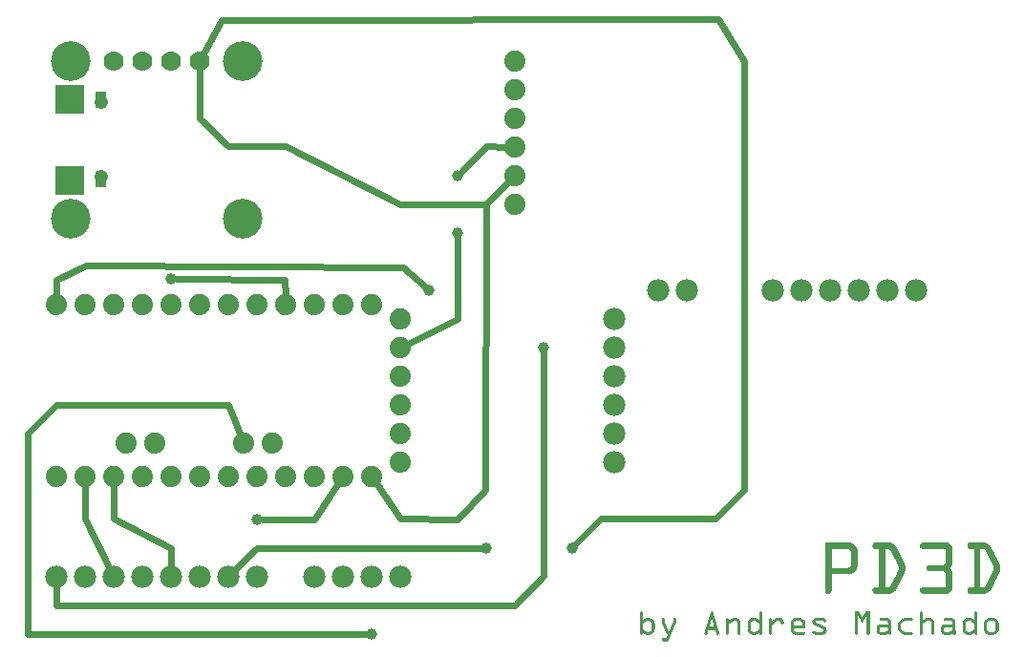
<source format=gtl>
G04 MADE WITH FRITZING*
G04 WWW.FRITZING.ORG*
G04 DOUBLE SIDED*
G04 HOLES PLATED*
G04 CONTOUR ON CENTER OF CONTOUR VECTOR*
%ASAXBY*%
%FSLAX23Y23*%
%MOIN*%
%OFA0B0*%
%SFA1.0B1.0*%
%ADD10C,0.039370*%
%ADD11C,0.078000*%
%ADD12C,0.074000*%
%ADD13C,0.138425*%
%ADD14C,0.098425*%
%ADD15C,0.070000*%
%ADD16C,0.047559*%
%ADD17R,0.098425X0.098425*%
%ADD18C,0.024000*%
%ADD19R,0.001000X0.001000*%
%LNCOPPER1*%
G90*
G70*
G54D10*
X1488Y1298D03*
X1888Y1098D03*
X1288Y98D03*
X1987Y398D03*
X1690Y398D03*
X889Y496D03*
X590Y1338D03*
G54D11*
X2134Y1198D03*
X2134Y1098D03*
X2134Y998D03*
X2134Y898D03*
X2134Y798D03*
X2134Y698D03*
X1088Y298D03*
X1188Y298D03*
X1288Y298D03*
X1388Y298D03*
G54D10*
X1588Y1698D03*
X1588Y1498D03*
G54D11*
X188Y298D03*
X288Y298D03*
X388Y298D03*
X488Y298D03*
X588Y298D03*
X688Y298D03*
X788Y298D03*
X888Y298D03*
G54D12*
X1788Y1598D03*
X1788Y1698D03*
X1788Y1798D03*
X1788Y1898D03*
X1788Y1998D03*
X1788Y2098D03*
X1388Y698D03*
X1388Y798D03*
X1388Y898D03*
X1388Y998D03*
X1388Y1098D03*
X1388Y1198D03*
X843Y763D03*
X943Y763D03*
X433Y763D03*
X533Y763D03*
X1288Y648D03*
X1188Y648D03*
X1088Y648D03*
X988Y648D03*
X888Y648D03*
X788Y648D03*
X688Y648D03*
X588Y648D03*
X488Y648D03*
X388Y648D03*
X288Y648D03*
X188Y648D03*
X188Y1248D03*
X288Y1248D03*
X388Y1248D03*
X488Y1248D03*
X588Y1248D03*
X688Y1248D03*
X788Y1248D03*
X888Y1248D03*
X988Y1248D03*
X1088Y1248D03*
X1188Y1248D03*
X1288Y1248D03*
G54D13*
X838Y2098D03*
G54D14*
X234Y1964D03*
G54D13*
X238Y2098D03*
G54D15*
X688Y2098D03*
G54D16*
X344Y1953D03*
G54D15*
X588Y2098D03*
X388Y2098D03*
X488Y2098D03*
G54D13*
X838Y1548D03*
X238Y1548D03*
G54D16*
X344Y1693D03*
G54D14*
X234Y1681D03*
G54D11*
X2388Y1298D03*
X2288Y1298D03*
X2688Y1298D03*
X2788Y1298D03*
X2888Y1298D03*
X2988Y1298D03*
X3088Y1298D03*
X3188Y1298D03*
G54D17*
X234Y1964D03*
X234Y1681D03*
G54D18*
X289Y499D02*
X289Y617D01*
D02*
X587Y398D02*
X390Y499D01*
D02*
X390Y499D02*
X389Y617D01*
D02*
X588Y328D02*
X587Y398D01*
D02*
X375Y325D02*
X289Y499D01*
D02*
X1474Y1310D02*
X1398Y1376D01*
D02*
X293Y1382D02*
X189Y1333D01*
D02*
X1787Y198D02*
X1888Y299D01*
D02*
X189Y198D02*
X1787Y198D01*
D02*
X1888Y299D02*
X1888Y1079D01*
D02*
X1398Y1376D02*
X293Y1382D01*
D02*
X189Y1333D02*
X189Y1279D01*
D02*
X189Y268D02*
X189Y198D01*
D02*
X1087Y497D02*
X1171Y622D01*
D02*
X908Y496D02*
X1087Y497D01*
D02*
X889Y398D02*
X1671Y398D01*
D02*
X2088Y499D02*
X2489Y499D01*
D02*
X2489Y499D02*
X2589Y599D01*
D02*
X2589Y2096D02*
X2500Y2243D01*
D02*
X2001Y412D02*
X2088Y499D01*
D02*
X2589Y599D02*
X2589Y2096D01*
D02*
X2500Y2243D02*
X764Y2239D01*
D02*
X764Y2239D02*
X703Y2125D01*
D02*
X810Y319D02*
X889Y398D01*
D02*
X985Y1332D02*
X609Y1337D01*
D02*
X987Y1279D02*
X985Y1332D01*
D02*
X1686Y599D02*
X1587Y496D01*
D02*
X1688Y1598D02*
X1686Y599D01*
D02*
X787Y1799D02*
X690Y1898D01*
D02*
X987Y1799D02*
X787Y1799D01*
D02*
X1766Y1676D02*
X1688Y1598D01*
D02*
X1389Y1597D02*
X987Y1799D01*
D02*
X690Y1898D02*
X689Y2067D01*
D02*
X1688Y1598D02*
X1389Y1597D01*
D02*
X1389Y499D02*
X1306Y622D01*
D02*
X1587Y496D02*
X1389Y499D01*
D02*
X89Y798D02*
X189Y897D01*
D02*
X89Y98D02*
X89Y798D01*
D02*
X189Y897D02*
X788Y898D01*
D02*
X788Y898D02*
X832Y791D01*
D02*
X1269Y98D02*
X89Y98D01*
D02*
X1588Y1479D02*
X1588Y1196D01*
D02*
X1690Y1799D02*
X1602Y1711D01*
D02*
X1588Y1196D02*
X1416Y1111D01*
D02*
X1757Y1798D02*
X1690Y1799D01*
G54D19*
X325Y1990D02*
X362Y1990D01*
X325Y1989D02*
X362Y1989D01*
X325Y1988D02*
X362Y1988D01*
X325Y1987D02*
X362Y1987D01*
X325Y1986D02*
X362Y1986D01*
X325Y1985D02*
X362Y1985D01*
X325Y1984D02*
X362Y1984D01*
X325Y1983D02*
X362Y1983D01*
X325Y1982D02*
X362Y1982D01*
X325Y1981D02*
X362Y1981D01*
X325Y1980D02*
X362Y1980D01*
X325Y1979D02*
X362Y1979D01*
X325Y1978D02*
X362Y1978D01*
X325Y1977D02*
X362Y1977D01*
X325Y1976D02*
X362Y1976D01*
X325Y1975D02*
X362Y1975D01*
X325Y1974D02*
X362Y1974D01*
X325Y1973D02*
X362Y1973D01*
X325Y1972D02*
X362Y1972D01*
X325Y1971D02*
X338Y1971D01*
X348Y1971D02*
X362Y1971D01*
X325Y1970D02*
X335Y1970D01*
X351Y1970D02*
X362Y1970D01*
X325Y1969D02*
X333Y1969D01*
X353Y1969D02*
X362Y1969D01*
X325Y1968D02*
X332Y1968D01*
X355Y1968D02*
X362Y1968D01*
X325Y1967D02*
X331Y1967D01*
X356Y1967D02*
X362Y1967D01*
X325Y1966D02*
X329Y1966D01*
X357Y1966D02*
X362Y1966D01*
X325Y1965D02*
X329Y1965D01*
X358Y1965D02*
X362Y1965D01*
X325Y1964D02*
X328Y1964D01*
X359Y1964D02*
X362Y1964D01*
X325Y1963D02*
X327Y1963D01*
X360Y1963D02*
X362Y1963D01*
X325Y1962D02*
X326Y1962D01*
X360Y1962D02*
X362Y1962D01*
X325Y1961D02*
X326Y1961D01*
X361Y1961D02*
X362Y1961D01*
X325Y1960D02*
X325Y1960D01*
X361Y1960D02*
X362Y1960D01*
X325Y1959D02*
X325Y1959D01*
X361Y1959D02*
X362Y1959D01*
X325Y1958D02*
X325Y1958D01*
X362Y1958D02*
X362Y1958D01*
X325Y1948D02*
X325Y1948D01*
X362Y1948D02*
X362Y1948D01*
X325Y1947D02*
X325Y1947D01*
X362Y1947D02*
X362Y1947D01*
X325Y1946D02*
X325Y1946D01*
X361Y1946D02*
X362Y1946D01*
X325Y1945D02*
X326Y1945D01*
X361Y1945D02*
X362Y1945D01*
X325Y1944D02*
X326Y1944D01*
X360Y1944D02*
X362Y1944D01*
X325Y1943D02*
X327Y1943D01*
X360Y1943D02*
X362Y1943D01*
X325Y1942D02*
X328Y1942D01*
X359Y1942D02*
X362Y1942D01*
X325Y1941D02*
X328Y1941D01*
X358Y1941D02*
X362Y1941D01*
X325Y1940D02*
X329Y1940D01*
X357Y1940D02*
X362Y1940D01*
X325Y1939D02*
X330Y1939D01*
X356Y1939D02*
X362Y1939D01*
X325Y1938D02*
X331Y1938D01*
X355Y1938D02*
X362Y1938D01*
X325Y1937D02*
X333Y1937D01*
X354Y1937D02*
X362Y1937D01*
X325Y1936D02*
X335Y1936D01*
X352Y1936D02*
X362Y1936D01*
X325Y1935D02*
X337Y1935D01*
X349Y1935D02*
X362Y1935D01*
X325Y1711D02*
X338Y1711D01*
X349Y1711D02*
X362Y1711D01*
X325Y1710D02*
X335Y1710D01*
X352Y1710D02*
X362Y1710D01*
X325Y1709D02*
X333Y1709D01*
X354Y1709D02*
X362Y1709D01*
X325Y1708D02*
X332Y1708D01*
X355Y1708D02*
X362Y1708D01*
X325Y1707D02*
X330Y1707D01*
X356Y1707D02*
X362Y1707D01*
X325Y1706D02*
X329Y1706D01*
X357Y1706D02*
X362Y1706D01*
X325Y1705D02*
X328Y1705D01*
X358Y1705D02*
X362Y1705D01*
X325Y1704D02*
X328Y1704D01*
X359Y1704D02*
X362Y1704D01*
X325Y1703D02*
X327Y1703D01*
X360Y1703D02*
X362Y1703D01*
X325Y1702D02*
X326Y1702D01*
X360Y1702D02*
X362Y1702D01*
X325Y1701D02*
X326Y1701D01*
X361Y1701D02*
X362Y1701D01*
X325Y1700D02*
X325Y1700D01*
X361Y1700D02*
X362Y1700D01*
X325Y1699D02*
X325Y1699D01*
X362Y1699D02*
X362Y1699D01*
X325Y1698D02*
X325Y1698D01*
X362Y1698D02*
X362Y1698D01*
X325Y1688D02*
X325Y1688D01*
X362Y1688D02*
X362Y1688D01*
X325Y1687D02*
X325Y1687D01*
X361Y1687D02*
X362Y1687D01*
X325Y1686D02*
X325Y1686D01*
X361Y1686D02*
X362Y1686D01*
X325Y1685D02*
X326Y1685D01*
X361Y1685D02*
X362Y1685D01*
X325Y1684D02*
X326Y1684D01*
X360Y1684D02*
X362Y1684D01*
X325Y1683D02*
X327Y1683D01*
X360Y1683D02*
X362Y1683D01*
X325Y1682D02*
X328Y1682D01*
X359Y1682D02*
X362Y1682D01*
X325Y1681D02*
X329Y1681D01*
X358Y1681D02*
X362Y1681D01*
X325Y1680D02*
X329Y1680D01*
X357Y1680D02*
X362Y1680D01*
X325Y1679D02*
X330Y1679D01*
X356Y1679D02*
X362Y1679D01*
X325Y1678D02*
X332Y1678D01*
X355Y1678D02*
X362Y1678D01*
X325Y1677D02*
X333Y1677D01*
X353Y1677D02*
X362Y1677D01*
X325Y1676D02*
X335Y1676D01*
X352Y1676D02*
X362Y1676D01*
X325Y1675D02*
X338Y1675D01*
X349Y1675D02*
X362Y1675D01*
X325Y1674D02*
X362Y1674D01*
X325Y1673D02*
X362Y1673D01*
X325Y1672D02*
X362Y1672D01*
X325Y1671D02*
X362Y1671D01*
X325Y1670D02*
X362Y1670D01*
X325Y1669D02*
X362Y1669D01*
X325Y1668D02*
X362Y1668D01*
X325Y1667D02*
X362Y1667D01*
X325Y1666D02*
X362Y1666D01*
X325Y1665D02*
X362Y1665D01*
X325Y1664D02*
X362Y1664D01*
X325Y1663D02*
X362Y1663D01*
X325Y1662D02*
X362Y1662D01*
X325Y1661D02*
X362Y1661D01*
X325Y1660D02*
X362Y1660D01*
X325Y1659D02*
X362Y1659D01*
X325Y1658D02*
X362Y1658D01*
X325Y1657D02*
X362Y1657D01*
X325Y1656D02*
X362Y1656D01*
X2872Y416D02*
X2957Y416D01*
X3045Y416D02*
X3096Y416D01*
X3210Y416D02*
X3298Y416D01*
X3376Y416D02*
X3427Y416D01*
X2872Y415D02*
X2961Y415D01*
X3043Y415D02*
X3100Y415D01*
X3208Y415D02*
X3301Y415D01*
X3374Y415D02*
X3431Y415D01*
X2872Y414D02*
X2963Y414D01*
X3041Y414D02*
X3103Y414D01*
X3207Y414D02*
X3303Y414D01*
X3372Y414D02*
X3434Y414D01*
X2872Y413D02*
X2966Y413D01*
X3040Y413D02*
X3105Y413D01*
X3206Y413D02*
X3305Y413D01*
X3371Y413D02*
X3436Y413D01*
X2872Y412D02*
X2967Y412D01*
X3039Y412D02*
X3107Y412D01*
X3205Y412D02*
X3306Y412D01*
X3370Y412D02*
X3438Y412D01*
X2872Y411D02*
X2969Y411D01*
X3039Y411D02*
X3109Y411D01*
X3204Y411D02*
X3307Y411D01*
X3370Y411D02*
X3440Y411D01*
X2872Y410D02*
X2970Y410D01*
X3038Y410D02*
X3110Y410D01*
X3204Y410D02*
X3308Y410D01*
X3369Y410D02*
X3441Y410D01*
X2872Y409D02*
X2972Y409D01*
X3038Y409D02*
X3112Y409D01*
X3203Y409D02*
X3309Y409D01*
X3369Y409D02*
X3442Y409D01*
X2872Y408D02*
X2973Y408D01*
X3037Y408D02*
X3113Y408D01*
X3203Y408D02*
X3310Y408D01*
X3368Y408D02*
X3444Y408D01*
X2872Y407D02*
X2974Y407D01*
X3037Y407D02*
X3114Y407D01*
X3203Y407D02*
X3311Y407D01*
X3368Y407D02*
X3445Y407D01*
X2872Y406D02*
X2975Y406D01*
X3037Y406D02*
X3115Y406D01*
X3203Y406D02*
X3312Y406D01*
X3368Y406D02*
X3446Y406D01*
X2872Y405D02*
X2976Y405D01*
X3037Y405D02*
X3116Y405D01*
X3202Y405D02*
X3313Y405D01*
X3368Y405D02*
X3447Y405D01*
X2872Y404D02*
X2977Y404D01*
X3037Y404D02*
X3117Y404D01*
X3203Y404D02*
X3313Y404D01*
X3368Y404D02*
X3448Y404D01*
X2872Y403D02*
X2978Y403D01*
X3037Y403D02*
X3118Y403D01*
X3203Y403D02*
X3314Y403D01*
X3368Y403D02*
X3448Y403D01*
X2872Y402D02*
X2978Y402D01*
X3037Y402D02*
X3118Y402D01*
X3203Y402D02*
X3314Y402D01*
X3368Y402D02*
X3449Y402D01*
X2872Y401D02*
X2979Y401D01*
X3038Y401D02*
X3119Y401D01*
X3203Y401D02*
X3314Y401D01*
X3369Y401D02*
X3450Y401D01*
X2872Y400D02*
X2980Y400D01*
X3038Y400D02*
X3120Y400D01*
X3204Y400D02*
X3315Y400D01*
X3369Y400D02*
X3450Y400D01*
X2872Y399D02*
X2980Y399D01*
X3039Y399D02*
X3120Y399D01*
X3204Y399D02*
X3315Y399D01*
X3370Y399D02*
X3451Y399D01*
X2872Y398D02*
X2981Y398D01*
X3039Y398D02*
X3121Y398D01*
X3205Y398D02*
X3315Y398D01*
X3370Y398D02*
X3452Y398D01*
X2872Y397D02*
X2982Y397D01*
X3040Y397D02*
X3121Y397D01*
X3206Y397D02*
X3316Y397D01*
X3371Y397D02*
X3452Y397D01*
X2872Y396D02*
X2982Y396D01*
X3041Y396D02*
X3122Y396D01*
X3207Y396D02*
X3316Y396D01*
X3372Y396D02*
X3453Y396D01*
X2872Y395D02*
X2983Y395D01*
X3043Y395D02*
X3122Y395D01*
X3208Y395D02*
X3316Y395D01*
X3373Y395D02*
X3453Y395D01*
X2872Y394D02*
X2983Y394D01*
X3045Y394D02*
X3123Y394D01*
X3210Y394D02*
X3316Y394D01*
X3376Y394D02*
X3454Y394D01*
X2872Y393D02*
X2894Y393D01*
X2954Y393D02*
X2983Y393D01*
X3060Y393D02*
X3082Y393D01*
X3094Y393D02*
X3123Y393D01*
X3294Y393D02*
X3316Y393D01*
X3390Y393D02*
X3413Y393D01*
X3425Y393D02*
X3454Y393D01*
X2872Y392D02*
X2894Y392D01*
X2956Y392D02*
X2984Y392D01*
X3060Y392D02*
X3082Y392D01*
X3097Y392D02*
X3124Y392D01*
X3294Y392D02*
X3316Y392D01*
X3391Y392D02*
X3413Y392D01*
X3428Y392D02*
X3455Y392D01*
X2872Y391D02*
X2894Y391D01*
X2958Y391D02*
X2984Y391D01*
X3060Y391D02*
X3082Y391D01*
X3098Y391D02*
X3124Y391D01*
X3294Y391D02*
X3316Y391D01*
X3391Y391D02*
X3413Y391D01*
X3429Y391D02*
X3455Y391D01*
X2872Y390D02*
X2894Y390D01*
X2959Y390D02*
X2984Y390D01*
X3060Y390D02*
X3082Y390D01*
X3099Y390D02*
X3125Y390D01*
X3294Y390D02*
X3316Y390D01*
X3391Y390D02*
X3413Y390D01*
X3430Y390D02*
X3456Y390D01*
X2872Y389D02*
X2894Y389D01*
X2960Y389D02*
X2984Y389D01*
X3060Y389D02*
X3082Y389D01*
X3100Y389D02*
X3125Y389D01*
X3294Y389D02*
X3316Y389D01*
X3391Y389D02*
X3413Y389D01*
X3431Y389D02*
X3456Y389D01*
X2872Y388D02*
X2894Y388D01*
X2961Y388D02*
X2985Y388D01*
X3060Y388D02*
X3082Y388D01*
X3101Y388D02*
X3126Y388D01*
X3294Y388D02*
X3316Y388D01*
X3391Y388D02*
X3413Y388D01*
X3431Y388D02*
X3457Y388D01*
X2872Y387D02*
X2894Y387D01*
X2961Y387D02*
X2985Y387D01*
X3060Y387D02*
X3082Y387D01*
X3101Y387D02*
X3126Y387D01*
X3294Y387D02*
X3316Y387D01*
X3391Y387D02*
X3413Y387D01*
X3432Y387D02*
X3457Y387D01*
X2872Y386D02*
X2894Y386D01*
X2962Y386D02*
X2985Y386D01*
X3060Y386D02*
X3082Y386D01*
X3102Y386D02*
X3127Y386D01*
X3294Y386D02*
X3316Y386D01*
X3391Y386D02*
X3413Y386D01*
X3433Y386D02*
X3458Y386D01*
X2872Y385D02*
X2894Y385D01*
X2962Y385D02*
X2985Y385D01*
X3060Y385D02*
X3082Y385D01*
X3102Y385D02*
X3127Y385D01*
X3294Y385D02*
X3316Y385D01*
X3391Y385D02*
X3413Y385D01*
X3433Y385D02*
X3458Y385D01*
X2872Y384D02*
X2894Y384D01*
X2963Y384D02*
X2985Y384D01*
X3060Y384D02*
X3082Y384D01*
X3103Y384D02*
X3128Y384D01*
X3294Y384D02*
X3316Y384D01*
X3391Y384D02*
X3413Y384D01*
X3434Y384D02*
X3459Y384D01*
X2872Y383D02*
X2894Y383D01*
X2963Y383D02*
X2985Y383D01*
X3060Y383D02*
X3082Y383D01*
X3103Y383D02*
X3128Y383D01*
X3294Y383D02*
X3316Y383D01*
X3391Y383D02*
X3413Y383D01*
X3434Y383D02*
X3459Y383D01*
X2872Y382D02*
X2894Y382D01*
X2963Y382D02*
X2985Y382D01*
X3060Y382D02*
X3082Y382D01*
X3104Y382D02*
X3129Y382D01*
X3294Y382D02*
X3316Y382D01*
X3391Y382D02*
X3413Y382D01*
X3435Y382D02*
X3460Y382D01*
X2872Y381D02*
X2894Y381D01*
X2963Y381D02*
X2985Y381D01*
X3060Y381D02*
X3082Y381D01*
X3104Y381D02*
X3129Y381D01*
X3294Y381D02*
X3316Y381D01*
X3391Y381D02*
X3413Y381D01*
X3435Y381D02*
X3460Y381D01*
X2872Y380D02*
X2894Y380D01*
X2963Y380D02*
X2985Y380D01*
X3060Y380D02*
X3082Y380D01*
X3105Y380D02*
X3130Y380D01*
X3294Y380D02*
X3316Y380D01*
X3391Y380D02*
X3413Y380D01*
X3436Y380D02*
X3461Y380D01*
X2872Y379D02*
X2894Y379D01*
X2963Y379D02*
X2985Y379D01*
X3060Y379D02*
X3082Y379D01*
X3105Y379D02*
X3130Y379D01*
X3294Y379D02*
X3316Y379D01*
X3391Y379D02*
X3413Y379D01*
X3436Y379D02*
X3461Y379D01*
X2872Y378D02*
X2894Y378D01*
X2963Y378D02*
X2985Y378D01*
X3060Y378D02*
X3082Y378D01*
X3106Y378D02*
X3131Y378D01*
X3294Y378D02*
X3316Y378D01*
X3391Y378D02*
X3413Y378D01*
X3437Y378D02*
X3462Y378D01*
X2872Y377D02*
X2894Y377D01*
X2963Y377D02*
X2985Y377D01*
X3060Y377D02*
X3082Y377D01*
X3106Y377D02*
X3131Y377D01*
X3294Y377D02*
X3316Y377D01*
X3391Y377D02*
X3413Y377D01*
X3437Y377D02*
X3462Y377D01*
X2872Y376D02*
X2894Y376D01*
X2963Y376D02*
X2985Y376D01*
X3060Y376D02*
X3082Y376D01*
X3107Y376D02*
X3132Y376D01*
X3294Y376D02*
X3316Y376D01*
X3391Y376D02*
X3413Y376D01*
X3438Y376D02*
X3463Y376D01*
X2872Y375D02*
X2894Y375D01*
X2963Y375D02*
X2985Y375D01*
X3060Y375D02*
X3082Y375D01*
X3107Y375D02*
X3132Y375D01*
X3294Y375D02*
X3316Y375D01*
X3391Y375D02*
X3413Y375D01*
X3438Y375D02*
X3463Y375D01*
X2872Y374D02*
X2894Y374D01*
X2963Y374D02*
X2985Y374D01*
X3060Y374D02*
X3082Y374D01*
X3108Y374D02*
X3133Y374D01*
X3294Y374D02*
X3316Y374D01*
X3391Y374D02*
X3413Y374D01*
X3439Y374D02*
X3464Y374D01*
X2872Y373D02*
X2894Y373D01*
X2963Y373D02*
X2985Y373D01*
X3060Y373D02*
X3082Y373D01*
X3108Y373D02*
X3133Y373D01*
X3294Y373D02*
X3316Y373D01*
X3391Y373D02*
X3413Y373D01*
X3439Y373D02*
X3464Y373D01*
X2872Y372D02*
X2894Y372D01*
X2963Y372D02*
X2985Y372D01*
X3060Y372D02*
X3082Y372D01*
X3109Y372D02*
X3134Y372D01*
X3294Y372D02*
X3316Y372D01*
X3391Y372D02*
X3413Y372D01*
X3440Y372D02*
X3465Y372D01*
X2872Y371D02*
X2894Y371D01*
X2963Y371D02*
X2985Y371D01*
X3060Y371D02*
X3082Y371D01*
X3109Y371D02*
X3134Y371D01*
X3294Y371D02*
X3316Y371D01*
X3391Y371D02*
X3413Y371D01*
X3440Y371D02*
X3465Y371D01*
X2872Y370D02*
X2894Y370D01*
X2963Y370D02*
X2985Y370D01*
X3060Y370D02*
X3082Y370D01*
X3110Y370D02*
X3135Y370D01*
X3294Y370D02*
X3316Y370D01*
X3391Y370D02*
X3413Y370D01*
X3441Y370D02*
X3466Y370D01*
X2872Y369D02*
X2894Y369D01*
X2963Y369D02*
X2985Y369D01*
X3060Y369D02*
X3082Y369D01*
X3110Y369D02*
X3135Y369D01*
X3294Y369D02*
X3316Y369D01*
X3391Y369D02*
X3413Y369D01*
X3441Y369D02*
X3466Y369D01*
X2872Y368D02*
X2894Y368D01*
X2963Y368D02*
X2985Y368D01*
X3060Y368D02*
X3082Y368D01*
X3111Y368D02*
X3136Y368D01*
X3294Y368D02*
X3316Y368D01*
X3391Y368D02*
X3413Y368D01*
X3442Y368D02*
X3467Y368D01*
X2872Y367D02*
X2894Y367D01*
X2963Y367D02*
X2985Y367D01*
X3060Y367D02*
X3082Y367D01*
X3111Y367D02*
X3136Y367D01*
X3294Y367D02*
X3316Y367D01*
X3391Y367D02*
X3413Y367D01*
X3442Y367D02*
X3467Y367D01*
X2872Y366D02*
X2894Y366D01*
X2963Y366D02*
X2985Y366D01*
X3060Y366D02*
X3082Y366D01*
X3112Y366D02*
X3137Y366D01*
X3294Y366D02*
X3316Y366D01*
X3391Y366D02*
X3413Y366D01*
X3443Y366D02*
X3468Y366D01*
X2872Y365D02*
X2894Y365D01*
X2963Y365D02*
X2985Y365D01*
X3060Y365D02*
X3082Y365D01*
X3112Y365D02*
X3137Y365D01*
X3294Y365D02*
X3316Y365D01*
X3391Y365D02*
X3413Y365D01*
X3443Y365D02*
X3468Y365D01*
X2872Y364D02*
X2894Y364D01*
X2963Y364D02*
X2985Y364D01*
X3060Y364D02*
X3082Y364D01*
X3113Y364D02*
X3138Y364D01*
X3294Y364D02*
X3316Y364D01*
X3391Y364D02*
X3413Y364D01*
X3444Y364D02*
X3469Y364D01*
X2872Y363D02*
X2894Y363D01*
X2963Y363D02*
X2985Y363D01*
X3060Y363D02*
X3082Y363D01*
X3114Y363D02*
X3138Y363D01*
X3294Y363D02*
X3316Y363D01*
X3391Y363D02*
X3413Y363D01*
X3444Y363D02*
X3469Y363D01*
X2872Y362D02*
X2894Y362D01*
X2963Y362D02*
X2985Y362D01*
X3060Y362D02*
X3082Y362D01*
X3114Y362D02*
X3139Y362D01*
X3294Y362D02*
X3316Y362D01*
X3391Y362D02*
X3413Y362D01*
X3445Y362D02*
X3470Y362D01*
X2872Y361D02*
X2894Y361D01*
X2963Y361D02*
X2985Y361D01*
X3060Y361D02*
X3082Y361D01*
X3115Y361D02*
X3139Y361D01*
X3294Y361D02*
X3316Y361D01*
X3391Y361D02*
X3413Y361D01*
X3445Y361D02*
X3470Y361D01*
X2872Y360D02*
X2894Y360D01*
X2963Y360D02*
X2985Y360D01*
X3060Y360D02*
X3082Y360D01*
X3115Y360D02*
X3140Y360D01*
X3294Y360D02*
X3316Y360D01*
X3391Y360D02*
X3413Y360D01*
X3446Y360D02*
X3471Y360D01*
X2872Y359D02*
X2894Y359D01*
X2963Y359D02*
X2985Y359D01*
X3060Y359D02*
X3082Y359D01*
X3116Y359D02*
X3141Y359D01*
X3294Y359D02*
X3316Y359D01*
X3391Y359D02*
X3413Y359D01*
X3446Y359D02*
X3471Y359D01*
X2872Y358D02*
X2894Y358D01*
X2963Y358D02*
X2985Y358D01*
X3060Y358D02*
X3082Y358D01*
X3116Y358D02*
X3141Y358D01*
X3294Y358D02*
X3316Y358D01*
X3391Y358D02*
X3413Y358D01*
X3447Y358D02*
X3472Y358D01*
X2872Y357D02*
X2894Y357D01*
X2963Y357D02*
X2985Y357D01*
X3060Y357D02*
X3082Y357D01*
X3117Y357D02*
X3142Y357D01*
X3294Y357D02*
X3316Y357D01*
X3391Y357D02*
X3413Y357D01*
X3447Y357D02*
X3472Y357D01*
X2872Y356D02*
X2894Y356D01*
X2963Y356D02*
X2985Y356D01*
X3060Y356D02*
X3082Y356D01*
X3117Y356D02*
X3142Y356D01*
X3294Y356D02*
X3316Y356D01*
X3391Y356D02*
X3413Y356D01*
X3448Y356D02*
X3473Y356D01*
X2872Y355D02*
X2894Y355D01*
X2963Y355D02*
X2985Y355D01*
X3060Y355D02*
X3082Y355D01*
X3118Y355D02*
X3143Y355D01*
X3294Y355D02*
X3316Y355D01*
X3391Y355D02*
X3413Y355D01*
X3448Y355D02*
X3473Y355D01*
X2872Y354D02*
X2894Y354D01*
X2963Y354D02*
X2985Y354D01*
X3060Y354D02*
X3082Y354D01*
X3118Y354D02*
X3143Y354D01*
X3294Y354D02*
X3316Y354D01*
X3391Y354D02*
X3413Y354D01*
X3449Y354D02*
X3474Y354D01*
X2872Y353D02*
X2894Y353D01*
X2963Y353D02*
X2985Y353D01*
X3060Y353D02*
X3082Y353D01*
X3119Y353D02*
X3144Y353D01*
X3294Y353D02*
X3316Y353D01*
X3391Y353D02*
X3413Y353D01*
X3449Y353D02*
X3474Y353D01*
X2872Y352D02*
X2894Y352D01*
X2963Y352D02*
X2985Y352D01*
X3060Y352D02*
X3082Y352D01*
X3119Y352D02*
X3144Y352D01*
X3294Y352D02*
X3316Y352D01*
X3391Y352D02*
X3413Y352D01*
X3450Y352D02*
X3475Y352D01*
X2872Y351D02*
X2894Y351D01*
X2963Y351D02*
X2985Y351D01*
X3060Y351D02*
X3082Y351D01*
X3120Y351D02*
X3145Y351D01*
X3294Y351D02*
X3316Y351D01*
X3391Y351D02*
X3413Y351D01*
X3450Y351D02*
X3475Y351D01*
X2872Y350D02*
X2894Y350D01*
X2963Y350D02*
X2985Y350D01*
X3060Y350D02*
X3082Y350D01*
X3120Y350D02*
X3145Y350D01*
X3294Y350D02*
X3316Y350D01*
X3391Y350D02*
X3413Y350D01*
X3451Y350D02*
X3476Y350D01*
X2872Y349D02*
X2894Y349D01*
X2963Y349D02*
X2985Y349D01*
X3060Y349D02*
X3082Y349D01*
X3121Y349D02*
X3145Y349D01*
X3294Y349D02*
X3316Y349D01*
X3391Y349D02*
X3413Y349D01*
X3451Y349D02*
X3476Y349D01*
X2872Y348D02*
X2894Y348D01*
X2963Y348D02*
X2985Y348D01*
X3060Y348D02*
X3082Y348D01*
X3121Y348D02*
X3146Y348D01*
X3293Y348D02*
X3316Y348D01*
X3391Y348D02*
X3413Y348D01*
X3452Y348D02*
X3477Y348D01*
X2872Y347D02*
X2894Y347D01*
X2963Y347D02*
X2985Y347D01*
X3060Y347D02*
X3082Y347D01*
X3122Y347D02*
X3146Y347D01*
X3293Y347D02*
X3316Y347D01*
X3391Y347D02*
X3413Y347D01*
X3452Y347D02*
X3477Y347D01*
X2872Y346D02*
X2894Y346D01*
X2963Y346D02*
X2985Y346D01*
X3060Y346D02*
X3082Y346D01*
X3122Y346D02*
X3147Y346D01*
X3293Y346D02*
X3316Y346D01*
X3391Y346D02*
X3413Y346D01*
X3453Y346D02*
X3477Y346D01*
X2872Y345D02*
X2894Y345D01*
X2963Y345D02*
X2985Y345D01*
X3060Y345D02*
X3082Y345D01*
X3123Y345D02*
X3147Y345D01*
X3292Y345D02*
X3315Y345D01*
X3391Y345D02*
X3413Y345D01*
X3453Y345D02*
X3478Y345D01*
X2872Y344D02*
X2894Y344D01*
X2963Y344D02*
X2985Y344D01*
X3060Y344D02*
X3082Y344D01*
X3123Y344D02*
X3147Y344D01*
X3292Y344D02*
X3315Y344D01*
X3391Y344D02*
X3413Y344D01*
X3454Y344D02*
X3478Y344D01*
X2872Y343D02*
X2894Y343D01*
X2963Y343D02*
X2985Y343D01*
X3060Y343D02*
X3082Y343D01*
X3124Y343D02*
X3148Y343D01*
X3291Y343D02*
X3315Y343D01*
X3391Y343D02*
X3413Y343D01*
X3454Y343D02*
X3479Y343D01*
X2872Y342D02*
X2894Y342D01*
X2963Y342D02*
X2985Y342D01*
X3060Y342D02*
X3082Y342D01*
X3124Y342D02*
X3148Y342D01*
X3290Y342D02*
X3315Y342D01*
X3391Y342D02*
X3413Y342D01*
X3455Y342D02*
X3479Y342D01*
X2872Y341D02*
X2894Y341D01*
X2963Y341D02*
X2985Y341D01*
X3060Y341D02*
X3082Y341D01*
X3125Y341D02*
X3148Y341D01*
X3289Y341D02*
X3315Y341D01*
X3391Y341D02*
X3413Y341D01*
X3455Y341D02*
X3479Y341D01*
X2872Y340D02*
X2894Y340D01*
X2963Y340D02*
X2985Y340D01*
X3060Y340D02*
X3082Y340D01*
X3125Y340D02*
X3149Y340D01*
X3287Y340D02*
X3314Y340D01*
X3391Y340D02*
X3413Y340D01*
X3456Y340D02*
X3479Y340D01*
X2872Y339D02*
X2894Y339D01*
X2963Y339D02*
X2985Y339D01*
X3060Y339D02*
X3082Y339D01*
X3126Y339D02*
X3149Y339D01*
X3285Y339D02*
X3314Y339D01*
X3391Y339D02*
X3413Y339D01*
X3456Y339D02*
X3480Y339D01*
X2872Y338D02*
X2894Y338D01*
X2963Y338D02*
X2985Y338D01*
X3060Y338D02*
X3082Y338D01*
X3126Y338D02*
X3149Y338D01*
X3233Y338D02*
X3314Y338D01*
X3391Y338D02*
X3413Y338D01*
X3457Y338D02*
X3480Y338D01*
X2872Y337D02*
X2894Y337D01*
X2962Y337D02*
X2985Y337D01*
X3060Y337D02*
X3082Y337D01*
X3126Y337D02*
X3149Y337D01*
X3231Y337D02*
X3313Y337D01*
X3391Y337D02*
X3413Y337D01*
X3457Y337D02*
X3480Y337D01*
X2872Y336D02*
X2894Y336D01*
X2962Y336D02*
X2985Y336D01*
X3060Y336D02*
X3082Y336D01*
X3127Y336D02*
X3150Y336D01*
X3229Y336D02*
X3313Y336D01*
X3391Y336D02*
X3413Y336D01*
X3458Y336D02*
X3480Y336D01*
X2872Y335D02*
X2894Y335D01*
X2961Y335D02*
X2985Y335D01*
X3060Y335D02*
X3082Y335D01*
X3127Y335D02*
X3150Y335D01*
X3228Y335D02*
X3312Y335D01*
X3391Y335D02*
X3413Y335D01*
X3458Y335D02*
X3480Y335D01*
X2872Y334D02*
X2894Y334D01*
X2961Y334D02*
X2984Y334D01*
X3060Y334D02*
X3082Y334D01*
X3127Y334D02*
X3150Y334D01*
X3228Y334D02*
X3312Y334D01*
X3391Y334D02*
X3413Y334D01*
X3458Y334D02*
X3481Y334D01*
X2872Y333D02*
X2894Y333D01*
X2960Y333D02*
X2984Y333D01*
X3060Y333D02*
X3082Y333D01*
X3128Y333D02*
X3150Y333D01*
X3227Y333D02*
X3311Y333D01*
X3391Y333D02*
X3413Y333D01*
X3458Y333D02*
X3481Y333D01*
X2872Y332D02*
X2894Y332D01*
X2959Y332D02*
X2984Y332D01*
X3060Y332D02*
X3082Y332D01*
X3128Y332D02*
X3150Y332D01*
X3226Y332D02*
X3311Y332D01*
X3391Y332D02*
X3413Y332D01*
X3459Y332D02*
X3481Y332D01*
X2872Y331D02*
X2894Y331D01*
X2958Y331D02*
X2984Y331D01*
X3060Y331D02*
X3082Y331D01*
X3128Y331D02*
X3150Y331D01*
X3226Y331D02*
X3310Y331D01*
X3391Y331D02*
X3413Y331D01*
X3459Y331D02*
X3481Y331D01*
X2872Y330D02*
X2894Y330D01*
X2956Y330D02*
X2983Y330D01*
X3060Y330D02*
X3082Y330D01*
X3128Y330D02*
X3150Y330D01*
X3226Y330D02*
X3309Y330D01*
X3391Y330D02*
X3413Y330D01*
X3459Y330D02*
X3481Y330D01*
X2872Y329D02*
X2894Y329D01*
X2953Y329D02*
X2983Y329D01*
X3060Y329D02*
X3082Y329D01*
X3128Y329D02*
X3150Y329D01*
X3225Y329D02*
X3308Y329D01*
X3391Y329D02*
X3413Y329D01*
X3459Y329D02*
X3481Y329D01*
X2872Y328D02*
X2983Y328D01*
X3060Y328D02*
X3082Y328D01*
X3128Y328D02*
X3150Y328D01*
X3225Y328D02*
X3308Y328D01*
X3391Y328D02*
X3413Y328D01*
X3459Y328D02*
X3481Y328D01*
X2872Y327D02*
X2982Y327D01*
X3060Y327D02*
X3082Y327D01*
X3128Y327D02*
X3150Y327D01*
X3225Y327D02*
X3307Y327D01*
X3391Y327D02*
X3413Y327D01*
X3459Y327D02*
X3481Y327D01*
X2872Y326D02*
X2982Y326D01*
X3060Y326D02*
X3082Y326D01*
X3128Y326D02*
X3150Y326D01*
X3225Y326D02*
X3307Y326D01*
X3391Y326D02*
X3413Y326D01*
X3459Y326D02*
X3481Y326D01*
X2872Y325D02*
X2981Y325D01*
X3060Y325D02*
X3082Y325D01*
X3128Y325D02*
X3150Y325D01*
X3225Y325D02*
X3308Y325D01*
X3391Y325D02*
X3413Y325D01*
X3459Y325D02*
X3481Y325D01*
X2872Y324D02*
X2981Y324D01*
X3060Y324D02*
X3082Y324D01*
X3128Y324D02*
X3150Y324D01*
X3226Y324D02*
X3309Y324D01*
X3391Y324D02*
X3413Y324D01*
X3459Y324D02*
X3481Y324D01*
X2872Y323D02*
X2980Y323D01*
X3060Y323D02*
X3082Y323D01*
X3128Y323D02*
X3150Y323D01*
X3226Y323D02*
X3310Y323D01*
X3391Y323D02*
X3413Y323D01*
X3459Y323D02*
X3481Y323D01*
X2872Y322D02*
X2980Y322D01*
X3060Y322D02*
X3082Y322D01*
X3128Y322D02*
X3150Y322D01*
X3226Y322D02*
X3311Y322D01*
X3391Y322D02*
X3413Y322D01*
X3458Y322D02*
X3481Y322D01*
X2872Y321D02*
X2979Y321D01*
X3060Y321D02*
X3082Y321D01*
X3127Y321D02*
X3150Y321D01*
X3227Y321D02*
X3311Y321D01*
X3391Y321D02*
X3413Y321D01*
X3458Y321D02*
X3481Y321D01*
X2872Y320D02*
X2978Y320D01*
X3060Y320D02*
X3082Y320D01*
X3127Y320D02*
X3150Y320D01*
X3228Y320D02*
X3312Y320D01*
X3391Y320D02*
X3413Y320D01*
X3458Y320D02*
X3481Y320D01*
X2872Y319D02*
X2977Y319D01*
X3060Y319D02*
X3082Y319D01*
X3127Y319D02*
X3150Y319D01*
X3228Y319D02*
X3312Y319D01*
X3391Y319D02*
X3413Y319D01*
X3458Y319D02*
X3480Y319D01*
X2872Y318D02*
X2977Y318D01*
X3060Y318D02*
X3082Y318D01*
X3127Y318D02*
X3150Y318D01*
X3230Y318D02*
X3313Y318D01*
X3391Y318D02*
X3413Y318D01*
X3457Y318D02*
X3480Y318D01*
X2872Y317D02*
X2976Y317D01*
X3060Y317D02*
X3082Y317D01*
X3126Y317D02*
X3149Y317D01*
X3231Y317D02*
X3313Y317D01*
X3391Y317D02*
X3413Y317D01*
X3457Y317D02*
X3480Y317D01*
X2872Y316D02*
X2975Y316D01*
X3060Y316D02*
X3082Y316D01*
X3126Y316D02*
X3149Y316D01*
X3233Y316D02*
X3314Y316D01*
X3391Y316D02*
X3413Y316D01*
X3457Y316D02*
X3480Y316D01*
X2872Y315D02*
X2974Y315D01*
X3060Y315D02*
X3082Y315D01*
X3126Y315D02*
X3149Y315D01*
X3285Y315D02*
X3314Y315D01*
X3391Y315D02*
X3413Y315D01*
X3456Y315D02*
X3480Y315D01*
X2872Y314D02*
X2973Y314D01*
X3060Y314D02*
X3082Y314D01*
X3125Y314D02*
X3149Y314D01*
X3287Y314D02*
X3314Y314D01*
X3391Y314D02*
X3413Y314D01*
X3456Y314D02*
X3479Y314D01*
X2872Y313D02*
X2971Y313D01*
X3060Y313D02*
X3082Y313D01*
X3125Y313D02*
X3148Y313D01*
X3289Y313D02*
X3315Y313D01*
X3391Y313D02*
X3413Y313D01*
X3455Y313D02*
X3479Y313D01*
X2872Y312D02*
X2970Y312D01*
X3060Y312D02*
X3082Y312D01*
X3124Y312D02*
X3148Y312D01*
X3290Y312D02*
X3315Y312D01*
X3391Y312D02*
X3413Y312D01*
X3455Y312D02*
X3479Y312D01*
X2872Y311D02*
X2969Y311D01*
X3060Y311D02*
X3082Y311D01*
X3124Y311D02*
X3148Y311D01*
X3291Y311D02*
X3315Y311D01*
X3391Y311D02*
X3413Y311D01*
X3454Y311D02*
X3479Y311D01*
X2872Y310D02*
X2967Y310D01*
X3060Y310D02*
X3082Y310D01*
X3123Y310D02*
X3147Y310D01*
X3292Y310D02*
X3315Y310D01*
X3391Y310D02*
X3413Y310D01*
X3454Y310D02*
X3478Y310D01*
X2872Y309D02*
X2965Y309D01*
X3060Y309D02*
X3082Y309D01*
X3123Y309D02*
X3147Y309D01*
X3292Y309D02*
X3315Y309D01*
X3391Y309D02*
X3413Y309D01*
X3453Y309D02*
X3478Y309D01*
X2872Y308D02*
X2963Y308D01*
X3060Y308D02*
X3082Y308D01*
X3122Y308D02*
X3147Y308D01*
X3293Y308D02*
X3316Y308D01*
X3391Y308D02*
X3413Y308D01*
X3453Y308D02*
X3477Y308D01*
X2872Y307D02*
X2960Y307D01*
X3060Y307D02*
X3082Y307D01*
X3122Y307D02*
X3146Y307D01*
X3293Y307D02*
X3316Y307D01*
X3391Y307D02*
X3413Y307D01*
X3452Y307D02*
X3477Y307D01*
X2872Y306D02*
X2955Y306D01*
X3060Y306D02*
X3082Y306D01*
X3121Y306D02*
X3146Y306D01*
X3293Y306D02*
X3316Y306D01*
X3391Y306D02*
X3413Y306D01*
X3452Y306D02*
X3477Y306D01*
X2872Y305D02*
X2894Y305D01*
X3060Y305D02*
X3082Y305D01*
X3121Y305D02*
X3145Y305D01*
X3294Y305D02*
X3316Y305D01*
X3391Y305D02*
X3413Y305D01*
X3451Y305D02*
X3476Y305D01*
X2872Y304D02*
X2894Y304D01*
X3060Y304D02*
X3082Y304D01*
X3120Y304D02*
X3145Y304D01*
X3294Y304D02*
X3316Y304D01*
X3391Y304D02*
X3413Y304D01*
X3451Y304D02*
X3476Y304D01*
X2872Y303D02*
X2894Y303D01*
X3060Y303D02*
X3082Y303D01*
X3120Y303D02*
X3145Y303D01*
X3294Y303D02*
X3316Y303D01*
X3391Y303D02*
X3413Y303D01*
X3450Y303D02*
X3475Y303D01*
X2872Y302D02*
X2894Y302D01*
X3060Y302D02*
X3082Y302D01*
X3119Y302D02*
X3144Y302D01*
X3294Y302D02*
X3316Y302D01*
X3391Y302D02*
X3413Y302D01*
X3450Y302D02*
X3475Y302D01*
X2872Y301D02*
X2894Y301D01*
X3060Y301D02*
X3082Y301D01*
X3119Y301D02*
X3144Y301D01*
X3294Y301D02*
X3316Y301D01*
X3391Y301D02*
X3413Y301D01*
X3449Y301D02*
X3474Y301D01*
X2872Y300D02*
X2894Y300D01*
X3060Y300D02*
X3082Y300D01*
X3118Y300D02*
X3143Y300D01*
X3294Y300D02*
X3316Y300D01*
X3391Y300D02*
X3413Y300D01*
X3449Y300D02*
X3474Y300D01*
X2872Y299D02*
X2894Y299D01*
X3060Y299D02*
X3082Y299D01*
X3118Y299D02*
X3143Y299D01*
X3294Y299D02*
X3316Y299D01*
X3391Y299D02*
X3413Y299D01*
X3448Y299D02*
X3473Y299D01*
X2872Y298D02*
X2894Y298D01*
X3060Y298D02*
X3082Y298D01*
X3117Y298D02*
X3142Y298D01*
X3294Y298D02*
X3316Y298D01*
X3391Y298D02*
X3413Y298D01*
X3448Y298D02*
X3473Y298D01*
X2872Y297D02*
X2894Y297D01*
X3060Y297D02*
X3082Y297D01*
X3117Y297D02*
X3142Y297D01*
X3294Y297D02*
X3316Y297D01*
X3391Y297D02*
X3413Y297D01*
X3447Y297D02*
X3472Y297D01*
X2872Y296D02*
X2894Y296D01*
X3060Y296D02*
X3082Y296D01*
X3116Y296D02*
X3141Y296D01*
X3294Y296D02*
X3316Y296D01*
X3391Y296D02*
X3413Y296D01*
X3447Y296D02*
X3472Y296D01*
X2872Y295D02*
X2894Y295D01*
X3060Y295D02*
X3082Y295D01*
X3116Y295D02*
X3141Y295D01*
X3294Y295D02*
X3316Y295D01*
X3391Y295D02*
X3413Y295D01*
X3446Y295D02*
X3471Y295D01*
X2872Y294D02*
X2894Y294D01*
X3060Y294D02*
X3082Y294D01*
X3115Y294D02*
X3140Y294D01*
X3294Y294D02*
X3316Y294D01*
X3391Y294D02*
X3413Y294D01*
X3446Y294D02*
X3471Y294D01*
X2872Y293D02*
X2894Y293D01*
X3060Y293D02*
X3082Y293D01*
X3115Y293D02*
X3140Y293D01*
X3294Y293D02*
X3316Y293D01*
X3391Y293D02*
X3413Y293D01*
X3445Y293D02*
X3470Y293D01*
X2872Y292D02*
X2894Y292D01*
X3060Y292D02*
X3082Y292D01*
X3114Y292D02*
X3139Y292D01*
X3294Y292D02*
X3316Y292D01*
X3391Y292D02*
X3413Y292D01*
X3445Y292D02*
X3470Y292D01*
X2872Y291D02*
X2894Y291D01*
X3060Y291D02*
X3082Y291D01*
X3114Y291D02*
X3139Y291D01*
X3294Y291D02*
X3316Y291D01*
X3391Y291D02*
X3413Y291D01*
X3444Y291D02*
X3469Y291D01*
X2872Y290D02*
X2894Y290D01*
X3060Y290D02*
X3082Y290D01*
X3113Y290D02*
X3138Y290D01*
X3294Y290D02*
X3316Y290D01*
X3391Y290D02*
X3413Y290D01*
X3444Y290D02*
X3469Y290D01*
X2872Y289D02*
X2894Y289D01*
X3060Y289D02*
X3082Y289D01*
X3113Y289D02*
X3138Y289D01*
X3294Y289D02*
X3316Y289D01*
X3391Y289D02*
X3413Y289D01*
X3443Y289D02*
X3468Y289D01*
X2872Y288D02*
X2894Y288D01*
X3060Y288D02*
X3082Y288D01*
X3112Y288D02*
X3137Y288D01*
X3294Y288D02*
X3316Y288D01*
X3391Y288D02*
X3413Y288D01*
X3443Y288D02*
X3468Y288D01*
X2872Y287D02*
X2894Y287D01*
X3060Y287D02*
X3082Y287D01*
X3112Y287D02*
X3137Y287D01*
X3294Y287D02*
X3316Y287D01*
X3391Y287D02*
X3413Y287D01*
X3442Y287D02*
X3467Y287D01*
X2872Y286D02*
X2894Y286D01*
X3060Y286D02*
X3082Y286D01*
X3111Y286D02*
X3136Y286D01*
X3294Y286D02*
X3316Y286D01*
X3391Y286D02*
X3413Y286D01*
X3442Y286D02*
X3467Y286D01*
X2872Y285D02*
X2894Y285D01*
X3060Y285D02*
X3082Y285D01*
X3110Y285D02*
X3136Y285D01*
X3294Y285D02*
X3316Y285D01*
X3391Y285D02*
X3413Y285D01*
X3441Y285D02*
X3466Y285D01*
X2872Y284D02*
X2894Y284D01*
X3060Y284D02*
X3082Y284D01*
X3110Y284D02*
X3135Y284D01*
X3294Y284D02*
X3316Y284D01*
X3391Y284D02*
X3413Y284D01*
X3441Y284D02*
X3466Y284D01*
X2872Y283D02*
X2894Y283D01*
X3060Y283D02*
X3082Y283D01*
X3109Y283D02*
X3135Y283D01*
X3294Y283D02*
X3316Y283D01*
X3391Y283D02*
X3413Y283D01*
X3440Y283D02*
X3465Y283D01*
X2872Y282D02*
X2894Y282D01*
X3060Y282D02*
X3082Y282D01*
X3109Y282D02*
X3134Y282D01*
X3294Y282D02*
X3316Y282D01*
X3391Y282D02*
X3413Y282D01*
X3440Y282D02*
X3465Y282D01*
X2872Y281D02*
X2894Y281D01*
X3060Y281D02*
X3082Y281D01*
X3108Y281D02*
X3134Y281D01*
X3294Y281D02*
X3316Y281D01*
X3391Y281D02*
X3413Y281D01*
X3439Y281D02*
X3464Y281D01*
X2872Y280D02*
X2894Y280D01*
X3060Y280D02*
X3082Y280D01*
X3108Y280D02*
X3133Y280D01*
X3294Y280D02*
X3316Y280D01*
X3391Y280D02*
X3413Y280D01*
X3439Y280D02*
X3464Y280D01*
X2872Y279D02*
X2894Y279D01*
X3060Y279D02*
X3082Y279D01*
X3107Y279D02*
X3133Y279D01*
X3294Y279D02*
X3316Y279D01*
X3391Y279D02*
X3413Y279D01*
X3438Y279D02*
X3463Y279D01*
X2872Y278D02*
X2894Y278D01*
X3060Y278D02*
X3082Y278D01*
X3107Y278D02*
X3132Y278D01*
X3294Y278D02*
X3316Y278D01*
X3391Y278D02*
X3413Y278D01*
X3438Y278D02*
X3463Y278D01*
X2872Y277D02*
X2894Y277D01*
X3060Y277D02*
X3082Y277D01*
X3106Y277D02*
X3132Y277D01*
X3294Y277D02*
X3316Y277D01*
X3391Y277D02*
X3413Y277D01*
X3437Y277D02*
X3462Y277D01*
X2872Y276D02*
X2894Y276D01*
X3060Y276D02*
X3082Y276D01*
X3106Y276D02*
X3131Y276D01*
X3294Y276D02*
X3316Y276D01*
X3391Y276D02*
X3413Y276D01*
X3437Y276D02*
X3462Y276D01*
X2872Y275D02*
X2894Y275D01*
X3060Y275D02*
X3082Y275D01*
X3105Y275D02*
X3131Y275D01*
X3294Y275D02*
X3316Y275D01*
X3391Y275D02*
X3413Y275D01*
X3436Y275D02*
X3461Y275D01*
X2872Y274D02*
X2894Y274D01*
X3060Y274D02*
X3082Y274D01*
X3105Y274D02*
X3130Y274D01*
X3294Y274D02*
X3316Y274D01*
X3391Y274D02*
X3413Y274D01*
X3436Y274D02*
X3461Y274D01*
X2872Y273D02*
X2894Y273D01*
X3060Y273D02*
X3082Y273D01*
X3104Y273D02*
X3130Y273D01*
X3294Y273D02*
X3316Y273D01*
X3391Y273D02*
X3413Y273D01*
X3435Y273D02*
X3460Y273D01*
X2872Y272D02*
X2894Y272D01*
X3060Y272D02*
X3082Y272D01*
X3104Y272D02*
X3129Y272D01*
X3294Y272D02*
X3316Y272D01*
X3391Y272D02*
X3413Y272D01*
X3435Y272D02*
X3460Y272D01*
X2872Y271D02*
X2894Y271D01*
X3060Y271D02*
X3082Y271D01*
X3103Y271D02*
X3129Y271D01*
X3294Y271D02*
X3316Y271D01*
X3391Y271D02*
X3413Y271D01*
X3434Y271D02*
X3459Y271D01*
X2872Y270D02*
X2894Y270D01*
X3060Y270D02*
X3082Y270D01*
X3103Y270D02*
X3128Y270D01*
X3294Y270D02*
X3316Y270D01*
X3391Y270D02*
X3413Y270D01*
X3434Y270D02*
X3459Y270D01*
X2872Y269D02*
X2894Y269D01*
X3060Y269D02*
X3082Y269D01*
X3102Y269D02*
X3128Y269D01*
X3294Y269D02*
X3316Y269D01*
X3391Y269D02*
X3413Y269D01*
X3433Y269D02*
X3459Y269D01*
X2872Y268D02*
X2894Y268D01*
X3060Y268D02*
X3082Y268D01*
X3102Y268D02*
X3127Y268D01*
X3294Y268D02*
X3316Y268D01*
X3391Y268D02*
X3413Y268D01*
X3433Y268D02*
X3458Y268D01*
X2872Y267D02*
X2894Y267D01*
X3060Y267D02*
X3082Y267D01*
X3101Y267D02*
X3127Y267D01*
X3294Y267D02*
X3316Y267D01*
X3391Y267D02*
X3413Y267D01*
X3432Y267D02*
X3458Y267D01*
X2872Y266D02*
X2894Y266D01*
X3060Y266D02*
X3082Y266D01*
X3101Y266D02*
X3126Y266D01*
X3294Y266D02*
X3316Y266D01*
X3391Y266D02*
X3413Y266D01*
X3432Y266D02*
X3457Y266D01*
X2872Y265D02*
X2894Y265D01*
X3060Y265D02*
X3082Y265D01*
X3100Y265D02*
X3126Y265D01*
X3294Y265D02*
X3316Y265D01*
X3391Y265D02*
X3413Y265D01*
X3431Y265D02*
X3457Y265D01*
X2872Y264D02*
X2894Y264D01*
X3060Y264D02*
X3082Y264D01*
X3099Y264D02*
X3125Y264D01*
X3294Y264D02*
X3316Y264D01*
X3391Y264D02*
X3413Y264D01*
X3430Y264D02*
X3456Y264D01*
X2872Y263D02*
X2894Y263D01*
X3060Y263D02*
X3082Y263D01*
X3098Y263D02*
X3125Y263D01*
X3294Y263D02*
X3316Y263D01*
X3391Y263D02*
X3413Y263D01*
X3429Y263D02*
X3456Y263D01*
X2872Y262D02*
X2894Y262D01*
X3060Y262D02*
X3082Y262D01*
X3097Y262D02*
X3124Y262D01*
X3294Y262D02*
X3316Y262D01*
X3391Y262D02*
X3413Y262D01*
X3428Y262D02*
X3455Y262D01*
X2872Y261D02*
X2894Y261D01*
X3060Y261D02*
X3082Y261D01*
X3095Y261D02*
X3124Y261D01*
X3294Y261D02*
X3316Y261D01*
X3391Y261D02*
X3413Y261D01*
X3425Y261D02*
X3455Y261D01*
X2872Y260D02*
X2894Y260D01*
X3045Y260D02*
X3123Y260D01*
X3210Y260D02*
X3316Y260D01*
X3376Y260D02*
X3454Y260D01*
X2872Y259D02*
X2894Y259D01*
X3043Y259D02*
X3123Y259D01*
X3208Y259D02*
X3316Y259D01*
X3374Y259D02*
X3454Y259D01*
X2872Y258D02*
X2894Y258D01*
X3041Y258D02*
X3122Y258D01*
X3207Y258D02*
X3316Y258D01*
X3372Y258D02*
X3453Y258D01*
X2872Y257D02*
X2894Y257D01*
X3040Y257D02*
X3122Y257D01*
X3206Y257D02*
X3316Y257D01*
X3371Y257D02*
X3453Y257D01*
X2872Y256D02*
X2894Y256D01*
X3039Y256D02*
X3121Y256D01*
X3205Y256D02*
X3315Y256D01*
X3370Y256D02*
X3452Y256D01*
X2872Y255D02*
X2894Y255D01*
X3039Y255D02*
X3121Y255D01*
X3204Y255D02*
X3315Y255D01*
X3370Y255D02*
X3452Y255D01*
X2872Y254D02*
X2894Y254D01*
X3038Y254D02*
X3120Y254D01*
X3204Y254D02*
X3315Y254D01*
X3369Y254D02*
X3451Y254D01*
X2872Y253D02*
X2894Y253D01*
X3038Y253D02*
X3120Y253D01*
X3203Y253D02*
X3314Y253D01*
X3369Y253D02*
X3450Y253D01*
X2872Y252D02*
X2894Y252D01*
X3037Y252D02*
X3119Y252D01*
X3203Y252D02*
X3314Y252D01*
X3368Y252D02*
X3450Y252D01*
X2872Y251D02*
X2894Y251D01*
X3037Y251D02*
X3118Y251D01*
X3203Y251D02*
X3314Y251D01*
X3368Y251D02*
X3449Y251D01*
X2872Y250D02*
X2894Y250D01*
X3037Y250D02*
X3117Y250D01*
X3203Y250D02*
X3313Y250D01*
X3368Y250D02*
X3448Y250D01*
X2872Y249D02*
X2894Y249D01*
X3037Y249D02*
X3117Y249D01*
X3202Y249D02*
X3313Y249D01*
X3368Y249D02*
X3447Y249D01*
X2872Y248D02*
X2894Y248D01*
X3037Y248D02*
X3116Y248D01*
X3203Y248D02*
X3312Y248D01*
X3368Y248D02*
X3446Y248D01*
X2872Y247D02*
X2894Y247D01*
X3037Y247D02*
X3115Y247D01*
X3203Y247D02*
X3311Y247D01*
X3368Y247D02*
X3445Y247D01*
X2872Y246D02*
X2893Y246D01*
X3037Y246D02*
X3114Y246D01*
X3203Y246D02*
X3310Y246D01*
X3368Y246D02*
X3444Y246D01*
X2872Y245D02*
X2893Y245D01*
X3038Y245D02*
X3112Y245D01*
X3203Y245D02*
X3309Y245D01*
X3369Y245D02*
X3443Y245D01*
X2873Y244D02*
X2893Y244D01*
X3038Y244D02*
X3111Y244D01*
X3204Y244D02*
X3308Y244D01*
X3369Y244D02*
X3442Y244D01*
X2873Y243D02*
X2892Y243D01*
X3039Y243D02*
X3110Y243D01*
X3204Y243D02*
X3307Y243D01*
X3370Y243D02*
X3440Y243D01*
X2874Y242D02*
X2891Y242D01*
X3039Y242D02*
X3108Y242D01*
X3205Y242D02*
X3306Y242D01*
X3370Y242D02*
X3439Y242D01*
X2875Y241D02*
X2891Y241D01*
X3040Y241D02*
X3106Y241D01*
X3206Y241D02*
X3305Y241D01*
X3371Y241D02*
X3437Y241D01*
X2876Y240D02*
X2889Y240D01*
X3041Y240D02*
X3104Y240D01*
X3207Y240D02*
X3303Y240D01*
X3372Y240D02*
X3434Y240D01*
X2877Y239D02*
X2888Y239D01*
X3043Y239D02*
X3101Y239D01*
X3208Y239D02*
X3301Y239D01*
X3374Y239D02*
X3432Y239D01*
X2879Y238D02*
X2886Y238D01*
X3045Y238D02*
X3097Y238D01*
X3210Y238D02*
X3298Y238D01*
X3376Y238D02*
X3427Y238D01*
X2229Y175D02*
X2231Y175D01*
X2475Y175D02*
X2477Y175D01*
X2646Y175D02*
X2648Y175D01*
X2976Y175D02*
X2988Y175D01*
X3014Y175D02*
X3027Y175D01*
X3205Y175D02*
X3207Y175D01*
X3396Y175D02*
X3398Y175D01*
X2228Y174D02*
X2233Y174D01*
X2473Y174D02*
X2479Y174D01*
X2644Y174D02*
X2650Y174D01*
X2976Y174D02*
X2989Y174D01*
X3014Y174D02*
X3027Y174D01*
X3203Y174D02*
X3208Y174D01*
X3394Y174D02*
X3400Y174D01*
X2227Y173D02*
X2234Y173D01*
X2472Y173D02*
X2480Y173D01*
X2643Y173D02*
X2651Y173D01*
X2976Y173D02*
X2990Y173D01*
X3013Y173D02*
X3027Y173D01*
X3202Y173D02*
X3209Y173D01*
X3393Y173D02*
X3401Y173D01*
X2226Y172D02*
X2235Y172D01*
X2472Y172D02*
X2480Y172D01*
X2643Y172D02*
X2651Y172D01*
X2976Y172D02*
X2990Y172D01*
X3012Y172D02*
X3027Y172D01*
X3201Y172D02*
X3210Y172D01*
X3393Y172D02*
X3401Y172D01*
X2226Y171D02*
X2235Y171D01*
X2471Y171D02*
X2481Y171D01*
X2642Y171D02*
X2651Y171D01*
X2976Y171D02*
X2991Y171D01*
X3012Y171D02*
X3027Y171D01*
X3201Y171D02*
X3210Y171D01*
X3393Y171D02*
X3402Y171D01*
X2226Y170D02*
X2235Y170D01*
X2471Y170D02*
X2481Y170D01*
X2642Y170D02*
X2652Y170D01*
X2976Y170D02*
X2992Y170D01*
X3011Y170D02*
X3027Y170D01*
X3201Y170D02*
X3210Y170D01*
X3392Y170D02*
X3402Y170D01*
X2226Y169D02*
X2235Y169D01*
X2471Y169D02*
X2481Y169D01*
X2642Y169D02*
X2652Y169D01*
X2976Y169D02*
X2992Y169D01*
X3010Y169D02*
X3027Y169D01*
X3201Y169D02*
X3210Y169D01*
X3392Y169D02*
X3402Y169D01*
X2226Y168D02*
X2235Y168D01*
X2471Y168D02*
X2482Y168D01*
X2642Y168D02*
X2652Y168D01*
X2976Y168D02*
X2993Y168D01*
X3009Y168D02*
X3027Y168D01*
X3201Y168D02*
X3210Y168D01*
X3392Y168D02*
X3402Y168D01*
X2226Y167D02*
X2235Y167D01*
X2470Y167D02*
X2482Y167D01*
X2642Y167D02*
X2652Y167D01*
X2976Y167D02*
X2994Y167D01*
X3009Y167D02*
X3027Y167D01*
X3201Y167D02*
X3210Y167D01*
X3392Y167D02*
X3402Y167D01*
X2226Y166D02*
X2235Y166D01*
X2470Y166D02*
X2482Y166D01*
X2642Y166D02*
X2652Y166D01*
X2976Y166D02*
X2995Y166D01*
X3008Y166D02*
X3027Y166D01*
X3201Y166D02*
X3210Y166D01*
X3392Y166D02*
X3402Y166D01*
X2226Y165D02*
X2235Y165D01*
X2470Y165D02*
X2483Y165D01*
X2642Y165D02*
X2652Y165D01*
X2976Y165D02*
X2995Y165D01*
X3007Y165D02*
X3027Y165D01*
X3201Y165D02*
X3210Y165D01*
X3392Y165D02*
X3402Y165D01*
X2226Y164D02*
X2235Y164D01*
X2469Y164D02*
X2483Y164D01*
X2642Y164D02*
X2652Y164D01*
X2976Y164D02*
X2996Y164D01*
X3007Y164D02*
X3027Y164D01*
X3201Y164D02*
X3210Y164D01*
X3392Y164D02*
X3402Y164D01*
X2226Y163D02*
X2235Y163D01*
X2469Y163D02*
X2483Y163D01*
X2642Y163D02*
X2652Y163D01*
X2976Y163D02*
X2997Y163D01*
X3006Y163D02*
X3027Y163D01*
X3201Y163D02*
X3210Y163D01*
X3392Y163D02*
X3402Y163D01*
X2226Y162D02*
X2235Y162D01*
X2469Y162D02*
X2483Y162D01*
X2642Y162D02*
X2652Y162D01*
X2976Y162D02*
X2997Y162D01*
X3005Y162D02*
X3027Y162D01*
X3201Y162D02*
X3210Y162D01*
X3392Y162D02*
X3402Y162D01*
X2226Y161D02*
X2235Y161D01*
X2468Y161D02*
X2484Y161D01*
X2642Y161D02*
X2652Y161D01*
X2976Y161D02*
X2998Y161D01*
X3005Y161D02*
X3027Y161D01*
X3201Y161D02*
X3210Y161D01*
X3392Y161D02*
X3402Y161D01*
X2226Y160D02*
X2235Y160D01*
X2468Y160D02*
X2484Y160D01*
X2642Y160D02*
X2652Y160D01*
X2976Y160D02*
X2999Y160D01*
X3004Y160D02*
X3027Y160D01*
X3201Y160D02*
X3210Y160D01*
X3392Y160D02*
X3402Y160D01*
X2226Y159D02*
X2235Y159D01*
X2468Y159D02*
X2484Y159D01*
X2642Y159D02*
X2652Y159D01*
X2976Y159D02*
X2985Y159D01*
X2988Y159D02*
X2999Y159D01*
X3003Y159D02*
X3015Y159D01*
X3017Y159D02*
X3027Y159D01*
X3201Y159D02*
X3210Y159D01*
X3392Y159D02*
X3402Y159D01*
X2226Y158D02*
X2235Y158D01*
X2468Y158D02*
X2485Y158D01*
X2642Y158D02*
X2652Y158D01*
X2976Y158D02*
X2985Y158D01*
X2988Y158D02*
X3000Y158D01*
X3002Y158D02*
X3014Y158D01*
X3017Y158D02*
X3027Y158D01*
X3201Y158D02*
X3210Y158D01*
X3392Y158D02*
X3402Y158D01*
X2226Y157D02*
X2235Y157D01*
X2467Y157D02*
X2485Y157D01*
X2642Y157D02*
X2652Y157D01*
X2976Y157D02*
X2985Y157D01*
X2989Y157D02*
X3014Y157D01*
X3017Y157D02*
X3027Y157D01*
X3201Y157D02*
X3210Y157D01*
X3392Y157D02*
X3402Y157D01*
X2226Y156D02*
X2235Y156D01*
X2467Y156D02*
X2485Y156D01*
X2642Y156D02*
X2652Y156D01*
X2976Y156D02*
X2985Y156D01*
X2990Y156D02*
X3013Y156D01*
X3017Y156D02*
X3027Y156D01*
X3201Y156D02*
X3210Y156D01*
X3392Y156D02*
X3402Y156D01*
X2226Y155D02*
X2235Y155D01*
X2467Y155D02*
X2485Y155D01*
X2642Y155D02*
X2652Y155D01*
X2976Y155D02*
X2985Y155D01*
X2990Y155D02*
X3012Y155D01*
X3017Y155D02*
X3027Y155D01*
X3201Y155D02*
X3210Y155D01*
X3392Y155D02*
X3402Y155D01*
X2226Y154D02*
X2235Y154D01*
X2466Y154D02*
X2486Y154D01*
X2642Y154D02*
X2652Y154D01*
X2976Y154D02*
X2985Y154D01*
X2991Y154D02*
X3012Y154D01*
X3017Y154D02*
X3027Y154D01*
X3201Y154D02*
X3210Y154D01*
X3392Y154D02*
X3402Y154D01*
X2226Y153D02*
X2235Y153D01*
X2249Y153D02*
X2260Y153D01*
X2305Y153D02*
X2306Y153D01*
X2346Y153D02*
X2347Y153D01*
X2466Y153D02*
X2486Y153D01*
X2530Y153D02*
X2531Y153D01*
X2552Y153D02*
X2562Y153D01*
X2618Y153D02*
X2629Y153D01*
X2642Y153D02*
X2652Y153D01*
X2680Y153D02*
X2681Y153D01*
X2700Y153D02*
X2713Y153D01*
X2768Y153D02*
X2785Y153D01*
X2839Y153D02*
X2864Y153D01*
X2976Y153D02*
X2985Y153D01*
X2992Y153D02*
X3011Y153D01*
X3017Y153D02*
X3027Y153D01*
X3066Y153D02*
X3087Y153D01*
X3149Y153D02*
X3172Y153D01*
X3201Y153D02*
X3210Y153D01*
X3228Y153D02*
X3237Y153D01*
X3291Y153D02*
X3312Y153D01*
X3368Y153D02*
X3379Y153D01*
X3392Y153D02*
X3402Y153D01*
X3443Y153D02*
X3460Y153D01*
X2226Y152D02*
X2235Y152D01*
X2245Y152D02*
X2263Y152D01*
X2303Y152D02*
X2308Y152D01*
X2344Y152D02*
X2349Y152D01*
X2466Y152D02*
X2486Y152D01*
X2528Y152D02*
X2533Y152D01*
X2549Y152D02*
X2566Y152D01*
X2614Y152D02*
X2633Y152D01*
X2642Y152D02*
X2652Y152D01*
X2678Y152D02*
X2683Y152D01*
X2698Y152D02*
X2717Y152D01*
X2764Y152D02*
X2788Y152D01*
X2835Y152D02*
X2868Y152D01*
X2976Y152D02*
X2985Y152D01*
X2992Y152D02*
X3010Y152D01*
X3017Y152D02*
X3027Y152D01*
X3063Y152D02*
X3091Y152D01*
X3145Y152D02*
X3175Y152D01*
X3201Y152D02*
X3210Y152D01*
X3224Y152D02*
X3241Y152D01*
X3288Y152D02*
X3316Y152D01*
X3364Y152D02*
X3383Y152D01*
X3392Y152D02*
X3402Y152D01*
X3439Y152D02*
X3463Y152D01*
X2226Y151D02*
X2235Y151D01*
X2242Y151D02*
X2265Y151D01*
X2302Y151D02*
X2309Y151D01*
X2343Y151D02*
X2350Y151D01*
X2466Y151D02*
X2487Y151D01*
X2527Y151D02*
X2534Y151D01*
X2547Y151D02*
X2568Y151D01*
X2612Y151D02*
X2635Y151D01*
X2642Y151D02*
X2652Y151D01*
X2677Y151D02*
X2684Y151D01*
X2697Y151D02*
X2719Y151D01*
X2762Y151D02*
X2790Y151D01*
X2833Y151D02*
X2870Y151D01*
X2976Y151D02*
X2985Y151D01*
X2993Y151D02*
X3009Y151D01*
X3017Y151D02*
X3027Y151D01*
X3062Y151D02*
X3093Y151D01*
X3142Y151D02*
X3176Y151D01*
X3201Y151D02*
X3210Y151D01*
X3222Y151D02*
X3243Y151D01*
X3287Y151D02*
X3318Y151D01*
X3362Y151D02*
X3385Y151D01*
X3392Y151D02*
X3402Y151D01*
X3437Y151D02*
X3465Y151D01*
X2226Y150D02*
X2235Y150D01*
X2241Y150D02*
X2266Y150D01*
X2301Y150D02*
X2310Y150D01*
X2342Y150D02*
X2351Y150D01*
X2465Y150D02*
X2475Y150D01*
X2477Y150D02*
X2487Y150D01*
X2526Y150D02*
X2535Y150D01*
X2545Y150D02*
X2569Y150D01*
X2611Y150D02*
X2636Y150D01*
X2642Y150D02*
X2652Y150D01*
X2676Y150D02*
X2685Y150D01*
X2696Y150D02*
X2720Y150D01*
X2761Y150D02*
X2792Y150D01*
X2832Y150D02*
X2871Y150D01*
X2976Y150D02*
X2985Y150D01*
X2994Y150D02*
X3009Y150D01*
X3017Y150D02*
X3027Y150D01*
X3062Y150D02*
X3094Y150D01*
X3141Y150D02*
X3176Y150D01*
X3201Y150D02*
X3210Y150D01*
X3220Y150D02*
X3244Y150D01*
X3287Y150D02*
X3319Y150D01*
X3361Y150D02*
X3387Y150D01*
X3392Y150D02*
X3402Y150D01*
X3436Y150D02*
X3467Y150D01*
X2226Y149D02*
X2235Y149D01*
X2239Y149D02*
X2268Y149D01*
X2301Y149D02*
X2310Y149D01*
X2342Y149D02*
X2351Y149D01*
X2465Y149D02*
X2475Y149D01*
X2477Y149D02*
X2487Y149D01*
X2526Y149D02*
X2535Y149D01*
X2544Y149D02*
X2570Y149D01*
X2609Y149D02*
X2638Y149D01*
X2642Y149D02*
X2652Y149D01*
X2676Y149D02*
X2685Y149D01*
X2695Y149D02*
X2721Y149D01*
X2760Y149D02*
X2793Y149D01*
X2831Y149D02*
X2872Y149D01*
X2976Y149D02*
X2985Y149D01*
X2995Y149D02*
X3008Y149D01*
X3017Y149D02*
X3027Y149D01*
X3061Y149D02*
X3095Y149D01*
X3139Y149D02*
X3177Y149D01*
X3201Y149D02*
X3210Y149D01*
X3219Y149D02*
X3245Y149D01*
X3286Y149D02*
X3320Y149D01*
X3360Y149D02*
X3388Y149D01*
X3392Y149D02*
X3402Y149D01*
X3435Y149D02*
X3468Y149D01*
X2226Y148D02*
X2235Y148D01*
X2238Y148D02*
X2269Y148D01*
X2301Y148D02*
X2310Y148D01*
X2342Y148D02*
X2352Y148D01*
X2465Y148D02*
X2475Y148D01*
X2477Y148D02*
X2488Y148D01*
X2526Y148D02*
X2535Y148D01*
X2542Y148D02*
X2571Y148D01*
X2608Y148D02*
X2639Y148D01*
X2642Y148D02*
X2652Y148D01*
X2676Y148D02*
X2685Y148D01*
X2694Y148D02*
X2722Y148D01*
X2758Y148D02*
X2794Y148D01*
X2830Y148D02*
X2873Y148D01*
X2976Y148D02*
X2985Y148D01*
X2995Y148D02*
X3007Y148D01*
X3017Y148D02*
X3027Y148D01*
X3061Y148D02*
X3096Y148D01*
X3138Y148D02*
X3177Y148D01*
X3201Y148D02*
X3210Y148D01*
X3217Y148D02*
X3246Y148D01*
X3286Y148D02*
X3321Y148D01*
X3359Y148D02*
X3389Y148D01*
X3392Y148D02*
X3402Y148D01*
X3434Y148D02*
X3469Y148D01*
X2226Y147D02*
X2235Y147D01*
X2237Y147D02*
X2270Y147D01*
X2301Y147D02*
X2310Y147D01*
X2342Y147D02*
X2352Y147D01*
X2464Y147D02*
X2474Y147D01*
X2478Y147D02*
X2488Y147D01*
X2526Y147D02*
X2535Y147D01*
X2540Y147D02*
X2572Y147D01*
X2607Y147D02*
X2640Y147D01*
X2642Y147D02*
X2652Y147D01*
X2676Y147D02*
X2685Y147D01*
X2692Y147D02*
X2723Y147D01*
X2757Y147D02*
X2795Y147D01*
X2829Y147D02*
X2874Y147D01*
X2976Y147D02*
X2985Y147D01*
X2996Y147D02*
X3007Y147D01*
X3017Y147D02*
X3027Y147D01*
X3061Y147D02*
X3097Y147D01*
X3137Y147D02*
X3177Y147D01*
X3201Y147D02*
X3210Y147D01*
X3216Y147D02*
X3247Y147D01*
X3286Y147D02*
X3322Y147D01*
X3357Y147D02*
X3390Y147D01*
X3392Y147D02*
X3402Y147D01*
X3432Y147D02*
X3470Y147D01*
X2226Y146D02*
X2271Y146D01*
X2301Y146D02*
X2310Y146D01*
X2342Y146D02*
X2352Y146D01*
X2464Y146D02*
X2474Y146D01*
X2478Y146D02*
X2488Y146D01*
X2526Y146D02*
X2535Y146D01*
X2539Y146D02*
X2573Y146D01*
X2606Y146D02*
X2652Y146D01*
X2676Y146D02*
X2685Y146D01*
X2691Y146D02*
X2724Y146D01*
X2756Y146D02*
X2796Y146D01*
X2829Y146D02*
X2875Y146D01*
X2976Y146D02*
X2985Y146D01*
X2996Y146D02*
X3006Y146D01*
X3017Y146D02*
X3027Y146D01*
X3062Y146D02*
X3098Y146D01*
X3136Y146D02*
X3176Y146D01*
X3201Y146D02*
X3210Y146D01*
X3214Y146D02*
X3248Y146D01*
X3287Y146D02*
X3323Y146D01*
X3356Y146D02*
X3402Y146D01*
X3431Y146D02*
X3472Y146D01*
X2226Y145D02*
X2272Y145D01*
X2301Y145D02*
X2310Y145D01*
X2342Y145D02*
X2352Y145D01*
X2464Y145D02*
X2474Y145D01*
X2478Y145D02*
X2488Y145D01*
X2526Y145D02*
X2535Y145D01*
X2537Y145D02*
X2573Y145D01*
X2605Y145D02*
X2652Y145D01*
X2676Y145D02*
X2685Y145D01*
X2690Y145D02*
X2725Y145D01*
X2755Y145D02*
X2797Y145D01*
X2828Y145D02*
X2875Y145D01*
X2976Y145D02*
X2985Y145D01*
X2997Y145D02*
X3006Y145D01*
X3017Y145D02*
X3027Y145D01*
X3062Y145D02*
X3098Y145D01*
X3135Y145D02*
X3176Y145D01*
X3201Y145D02*
X3210Y145D01*
X3213Y145D02*
X3249Y145D01*
X3287Y145D02*
X3324Y145D01*
X3355Y145D02*
X3402Y145D01*
X3430Y145D02*
X3473Y145D01*
X2226Y144D02*
X2273Y144D01*
X2301Y144D02*
X2310Y144D01*
X2342Y144D02*
X2352Y144D01*
X2463Y144D02*
X2473Y144D01*
X2479Y144D02*
X2489Y144D01*
X2526Y144D02*
X2574Y144D01*
X2604Y144D02*
X2652Y144D01*
X2676Y144D02*
X2685Y144D01*
X2689Y144D02*
X2725Y144D01*
X2754Y144D02*
X2798Y144D01*
X2828Y144D02*
X2875Y144D01*
X2976Y144D02*
X2985Y144D01*
X2997Y144D02*
X3006Y144D01*
X3017Y144D02*
X3027Y144D01*
X3063Y144D02*
X3099Y144D01*
X3134Y144D02*
X3175Y144D01*
X3201Y144D02*
X3249Y144D01*
X3288Y144D02*
X3324Y144D01*
X3355Y144D02*
X3402Y144D01*
X3429Y144D02*
X3473Y144D01*
X2226Y143D02*
X2274Y143D01*
X2301Y143D02*
X2310Y143D01*
X2342Y143D02*
X2352Y143D01*
X2463Y143D02*
X2473Y143D01*
X2479Y143D02*
X2489Y143D01*
X2526Y143D02*
X2574Y143D01*
X2603Y143D02*
X2652Y143D01*
X2676Y143D02*
X2685Y143D01*
X2688Y143D02*
X2726Y143D01*
X2754Y143D02*
X2799Y143D01*
X2827Y143D02*
X2875Y143D01*
X2976Y143D02*
X2985Y143D01*
X2997Y143D02*
X3006Y143D01*
X3017Y143D02*
X3027Y143D01*
X3065Y143D02*
X3099Y143D01*
X3133Y143D02*
X3173Y143D01*
X3201Y143D02*
X3249Y143D01*
X3290Y143D02*
X3324Y143D01*
X3354Y143D02*
X3402Y143D01*
X3429Y143D02*
X3474Y143D01*
X2226Y142D02*
X2247Y142D01*
X2260Y142D02*
X2274Y142D01*
X2301Y142D02*
X2310Y142D01*
X2342Y142D02*
X2352Y142D01*
X2463Y142D02*
X2473Y142D01*
X2479Y142D02*
X2489Y142D01*
X2526Y142D02*
X2551Y142D01*
X2563Y142D02*
X2575Y142D01*
X2603Y142D02*
X2617Y142D01*
X2630Y142D02*
X2652Y142D01*
X2676Y142D02*
X2702Y142D01*
X2714Y142D02*
X2726Y142D01*
X2753Y142D02*
X2767Y142D01*
X2786Y142D02*
X2800Y142D01*
X2827Y142D02*
X2838Y142D01*
X2865Y142D02*
X2875Y142D01*
X2976Y142D02*
X2985Y142D01*
X2997Y142D02*
X3006Y142D01*
X3017Y142D02*
X3027Y142D01*
X3089Y142D02*
X3100Y142D01*
X3132Y142D02*
X3147Y142D01*
X3201Y142D02*
X3226Y142D01*
X3238Y142D02*
X3250Y142D01*
X3314Y142D02*
X3325Y142D01*
X3353Y142D02*
X3367Y142D01*
X3381Y142D02*
X3402Y142D01*
X3428Y142D02*
X3442Y142D01*
X3461Y142D02*
X3475Y142D01*
X2226Y141D02*
X2245Y141D01*
X2262Y141D02*
X2275Y141D01*
X2301Y141D02*
X2310Y141D01*
X2342Y141D02*
X2352Y141D01*
X2463Y141D02*
X2473Y141D01*
X2480Y141D02*
X2490Y141D01*
X2526Y141D02*
X2550Y141D01*
X2564Y141D02*
X2575Y141D01*
X2602Y141D02*
X2615Y141D01*
X2632Y141D02*
X2652Y141D01*
X2676Y141D02*
X2701Y141D01*
X2716Y141D02*
X2726Y141D01*
X2752Y141D02*
X2765Y141D01*
X2787Y141D02*
X2800Y141D01*
X2827Y141D02*
X2837Y141D01*
X2866Y141D02*
X2875Y141D01*
X2976Y141D02*
X2985Y141D01*
X2997Y141D02*
X3005Y141D01*
X3017Y141D02*
X3027Y141D01*
X3089Y141D02*
X3100Y141D01*
X3131Y141D02*
X3146Y141D01*
X3201Y141D02*
X3225Y141D01*
X3239Y141D02*
X3250Y141D01*
X3315Y141D02*
X3325Y141D01*
X3352Y141D02*
X3365Y141D01*
X3382Y141D02*
X3402Y141D01*
X3428Y141D02*
X3441Y141D01*
X3463Y141D02*
X3475Y141D01*
X2226Y140D02*
X2244Y140D01*
X2263Y140D02*
X2275Y140D01*
X2301Y140D02*
X2310Y140D01*
X2342Y140D02*
X2352Y140D01*
X2462Y140D02*
X2472Y140D01*
X2480Y140D02*
X2490Y140D01*
X2526Y140D02*
X2548Y140D01*
X2565Y140D02*
X2575Y140D01*
X2602Y140D02*
X2614Y140D01*
X2633Y140D02*
X2652Y140D01*
X2676Y140D02*
X2700Y140D01*
X2716Y140D02*
X2726Y140D01*
X2752Y140D02*
X2764Y140D01*
X2789Y140D02*
X2801Y140D01*
X2827Y140D02*
X2837Y140D01*
X2868Y140D02*
X2874Y140D01*
X2976Y140D02*
X2985Y140D01*
X2998Y140D02*
X3005Y140D01*
X3017Y140D02*
X3027Y140D01*
X3090Y140D02*
X3100Y140D01*
X3130Y140D02*
X3145Y140D01*
X3201Y140D02*
X3223Y140D01*
X3240Y140D02*
X3250Y140D01*
X3315Y140D02*
X3325Y140D01*
X3352Y140D02*
X3364Y140D01*
X3383Y140D02*
X3402Y140D01*
X3427Y140D02*
X3439Y140D01*
X3464Y140D02*
X3476Y140D01*
X2226Y139D02*
X2243Y139D01*
X2264Y139D02*
X2276Y139D01*
X2301Y139D02*
X2311Y139D01*
X2341Y139D02*
X2352Y139D01*
X2462Y139D02*
X2472Y139D01*
X2480Y139D02*
X2490Y139D01*
X2526Y139D02*
X2547Y139D01*
X2565Y139D02*
X2575Y139D01*
X2601Y139D02*
X2613Y139D01*
X2634Y139D02*
X2652Y139D01*
X2676Y139D02*
X2698Y139D01*
X2717Y139D02*
X2727Y139D01*
X2752Y139D02*
X2763Y139D01*
X2790Y139D02*
X2801Y139D01*
X2827Y139D02*
X2837Y139D01*
X2869Y139D02*
X2873Y139D01*
X2976Y139D02*
X2985Y139D01*
X2999Y139D02*
X3003Y139D01*
X3017Y139D02*
X3027Y139D01*
X3090Y139D02*
X3100Y139D01*
X3129Y139D02*
X3143Y139D01*
X3201Y139D02*
X3222Y139D01*
X3241Y139D02*
X3250Y139D01*
X3316Y139D02*
X3325Y139D01*
X3352Y139D02*
X3363Y139D01*
X3384Y139D02*
X3402Y139D01*
X3427Y139D02*
X3438Y139D01*
X3465Y139D02*
X3476Y139D01*
X2226Y138D02*
X2242Y138D01*
X2265Y138D02*
X2276Y138D01*
X2301Y138D02*
X2311Y138D01*
X2341Y138D02*
X2351Y138D01*
X2462Y138D02*
X2472Y138D01*
X2480Y138D02*
X2490Y138D01*
X2526Y138D02*
X2545Y138D01*
X2566Y138D02*
X2575Y138D01*
X2601Y138D02*
X2612Y138D01*
X2635Y138D02*
X2652Y138D01*
X2676Y138D02*
X2697Y138D01*
X2717Y138D02*
X2727Y138D01*
X2751Y138D02*
X2762Y138D01*
X2791Y138D02*
X2801Y138D01*
X2827Y138D02*
X2837Y138D01*
X2976Y138D02*
X2985Y138D01*
X3017Y138D02*
X3027Y138D01*
X3091Y138D02*
X3100Y138D01*
X3128Y138D02*
X3142Y138D01*
X3201Y138D02*
X3220Y138D01*
X3241Y138D02*
X3250Y138D01*
X3316Y138D02*
X3325Y138D01*
X3351Y138D02*
X3362Y138D01*
X3385Y138D02*
X3402Y138D01*
X3427Y138D02*
X3437Y138D01*
X3466Y138D02*
X3476Y138D01*
X2226Y137D02*
X2241Y137D01*
X2266Y137D02*
X2276Y137D01*
X2301Y137D02*
X2312Y137D01*
X2341Y137D02*
X2351Y137D01*
X2461Y137D02*
X2471Y137D01*
X2481Y137D02*
X2491Y137D01*
X2526Y137D02*
X2543Y137D01*
X2566Y137D02*
X2575Y137D01*
X2601Y137D02*
X2611Y137D01*
X2636Y137D02*
X2652Y137D01*
X2676Y137D02*
X2696Y137D01*
X2717Y137D02*
X2727Y137D01*
X2751Y137D02*
X2761Y137D01*
X2791Y137D02*
X2801Y137D01*
X2827Y137D02*
X2838Y137D01*
X2976Y137D02*
X2985Y137D01*
X3017Y137D02*
X3027Y137D01*
X3091Y137D02*
X3100Y137D01*
X3128Y137D02*
X3141Y137D01*
X3201Y137D02*
X3219Y137D01*
X3241Y137D02*
X3251Y137D01*
X3316Y137D02*
X3326Y137D01*
X3351Y137D02*
X3361Y137D01*
X3387Y137D02*
X3402Y137D01*
X3426Y137D02*
X3436Y137D01*
X3467Y137D02*
X3477Y137D01*
X2226Y136D02*
X2240Y136D01*
X2267Y136D02*
X2276Y136D01*
X2301Y136D02*
X2312Y136D01*
X2340Y136D02*
X2351Y136D01*
X2461Y136D02*
X2471Y136D01*
X2481Y136D02*
X2491Y136D01*
X2526Y136D02*
X2542Y136D01*
X2566Y136D02*
X2575Y136D01*
X2601Y136D02*
X2611Y136D01*
X2638Y136D02*
X2652Y136D01*
X2676Y136D02*
X2695Y136D01*
X2717Y136D02*
X2727Y136D01*
X2751Y136D02*
X2761Y136D01*
X2792Y136D02*
X2802Y136D01*
X2828Y136D02*
X2841Y136D01*
X2976Y136D02*
X2985Y136D01*
X3017Y136D02*
X3027Y136D01*
X3091Y136D02*
X3101Y136D01*
X3127Y136D02*
X3140Y136D01*
X3201Y136D02*
X3217Y136D01*
X3241Y136D02*
X3251Y136D01*
X3316Y136D02*
X3326Y136D01*
X3351Y136D02*
X3361Y136D01*
X3388Y136D02*
X3402Y136D01*
X3426Y136D02*
X3436Y136D01*
X3467Y136D02*
X3477Y136D01*
X2226Y135D02*
X2238Y135D01*
X2267Y135D02*
X2276Y135D01*
X2302Y135D02*
X2312Y135D01*
X2340Y135D02*
X2350Y135D01*
X2461Y135D02*
X2471Y135D01*
X2481Y135D02*
X2491Y135D01*
X2526Y135D02*
X2540Y135D01*
X2566Y135D02*
X2575Y135D01*
X2601Y135D02*
X2610Y135D01*
X2639Y135D02*
X2652Y135D01*
X2676Y135D02*
X2694Y135D01*
X2717Y135D02*
X2727Y135D01*
X2751Y135D02*
X2760Y135D01*
X2792Y135D02*
X2802Y135D01*
X2828Y135D02*
X2843Y135D01*
X2976Y135D02*
X2985Y135D01*
X3017Y135D02*
X3027Y135D01*
X3091Y135D02*
X3101Y135D01*
X3127Y135D02*
X3139Y135D01*
X3201Y135D02*
X3216Y135D01*
X3241Y135D02*
X3251Y135D01*
X3316Y135D02*
X3326Y135D01*
X3351Y135D02*
X3361Y135D01*
X3389Y135D02*
X3402Y135D01*
X3426Y135D02*
X3436Y135D01*
X3467Y135D02*
X3477Y135D01*
X2226Y134D02*
X2237Y134D01*
X2267Y134D02*
X2277Y134D01*
X2302Y134D02*
X2313Y134D01*
X2339Y134D02*
X2350Y134D01*
X2461Y134D02*
X2471Y134D01*
X2482Y134D02*
X2492Y134D01*
X2526Y134D02*
X2539Y134D01*
X2566Y134D02*
X2575Y134D01*
X2601Y134D02*
X2610Y134D01*
X2640Y134D02*
X2652Y134D01*
X2676Y134D02*
X2693Y134D01*
X2717Y134D02*
X2727Y134D01*
X2751Y134D02*
X2760Y134D01*
X2792Y134D02*
X2802Y134D01*
X2829Y134D02*
X2845Y134D01*
X2976Y134D02*
X2985Y134D01*
X3017Y134D02*
X3027Y134D01*
X3091Y134D02*
X3101Y134D01*
X3126Y134D02*
X3138Y134D01*
X3201Y134D02*
X3214Y134D01*
X3241Y134D02*
X3251Y134D01*
X3316Y134D02*
X3326Y134D01*
X3351Y134D02*
X3361Y134D01*
X3390Y134D02*
X3402Y134D01*
X3426Y134D02*
X3436Y134D01*
X3467Y134D02*
X3477Y134D01*
X2226Y133D02*
X2236Y133D01*
X2267Y133D02*
X2277Y133D01*
X2303Y133D02*
X2313Y133D01*
X2339Y133D02*
X2349Y133D01*
X2460Y133D02*
X2470Y133D01*
X2482Y133D02*
X2492Y133D01*
X2526Y133D02*
X2537Y133D01*
X2566Y133D02*
X2575Y133D01*
X2601Y133D02*
X2610Y133D01*
X2641Y133D02*
X2652Y133D01*
X2676Y133D02*
X2691Y133D01*
X2717Y133D02*
X2726Y133D01*
X2751Y133D02*
X2760Y133D01*
X2792Y133D02*
X2802Y133D01*
X2829Y133D02*
X2848Y133D01*
X2976Y133D02*
X2985Y133D01*
X3017Y133D02*
X3027Y133D01*
X3091Y133D02*
X3101Y133D01*
X3126Y133D02*
X3136Y133D01*
X3201Y133D02*
X3212Y133D01*
X3241Y133D02*
X3251Y133D01*
X3316Y133D02*
X3326Y133D01*
X3351Y133D02*
X3361Y133D01*
X3391Y133D02*
X3402Y133D01*
X3426Y133D02*
X3436Y133D01*
X3467Y133D02*
X3477Y133D01*
X2226Y132D02*
X2236Y132D01*
X2267Y132D02*
X2277Y132D01*
X2303Y132D02*
X2314Y132D01*
X2338Y132D02*
X2349Y132D01*
X2460Y132D02*
X2470Y132D01*
X2482Y132D02*
X2492Y132D01*
X2526Y132D02*
X2536Y132D01*
X2566Y132D02*
X2575Y132D01*
X2601Y132D02*
X2610Y132D01*
X2642Y132D02*
X2652Y132D01*
X2676Y132D02*
X2690Y132D01*
X2718Y132D02*
X2726Y132D01*
X2751Y132D02*
X2760Y132D01*
X2792Y132D02*
X2802Y132D01*
X2830Y132D02*
X2850Y132D01*
X2976Y132D02*
X2985Y132D01*
X3017Y132D02*
X3027Y132D01*
X3091Y132D02*
X3101Y132D01*
X3126Y132D02*
X3136Y132D01*
X3201Y132D02*
X3211Y132D01*
X3241Y132D02*
X3251Y132D01*
X3316Y132D02*
X3326Y132D01*
X3351Y132D02*
X3361Y132D01*
X3392Y132D02*
X3402Y132D01*
X3426Y132D02*
X3436Y132D01*
X3467Y132D02*
X3477Y132D01*
X2226Y131D02*
X2235Y131D01*
X2267Y131D02*
X2277Y131D01*
X2304Y131D02*
X2314Y131D01*
X2338Y131D02*
X2348Y131D01*
X2460Y131D02*
X2470Y131D01*
X2483Y131D02*
X2492Y131D01*
X2526Y131D02*
X2535Y131D01*
X2566Y131D02*
X2576Y131D01*
X2601Y131D02*
X2610Y131D01*
X2642Y131D02*
X2652Y131D01*
X2676Y131D02*
X2689Y131D01*
X2719Y131D02*
X2725Y131D01*
X2751Y131D02*
X2760Y131D01*
X2792Y131D02*
X2802Y131D01*
X2830Y131D02*
X2852Y131D01*
X2976Y131D02*
X2985Y131D01*
X3017Y131D02*
X3027Y131D01*
X3066Y131D02*
X3087Y131D01*
X3091Y131D02*
X3101Y131D01*
X3126Y131D02*
X3136Y131D01*
X3201Y131D02*
X3210Y131D01*
X3241Y131D02*
X3251Y131D01*
X3291Y131D02*
X3312Y131D01*
X3316Y131D02*
X3326Y131D01*
X3351Y131D02*
X3361Y131D01*
X3392Y131D02*
X3402Y131D01*
X3426Y131D02*
X3436Y131D01*
X3467Y131D02*
X3477Y131D01*
X2226Y130D02*
X2235Y130D01*
X2267Y130D02*
X2277Y130D01*
X2304Y130D02*
X2315Y130D01*
X2337Y130D02*
X2348Y130D01*
X2459Y130D02*
X2469Y130D01*
X2483Y130D02*
X2493Y130D01*
X2526Y130D02*
X2535Y130D01*
X2566Y130D02*
X2576Y130D01*
X2601Y130D02*
X2610Y130D01*
X2642Y130D02*
X2652Y130D01*
X2676Y130D02*
X2688Y130D01*
X2720Y130D02*
X2724Y130D01*
X2751Y130D02*
X2760Y130D01*
X2792Y130D02*
X2802Y130D01*
X2831Y130D02*
X2855Y130D01*
X2976Y130D02*
X2985Y130D01*
X3017Y130D02*
X3027Y130D01*
X3061Y130D02*
X3101Y130D01*
X3126Y130D02*
X3135Y130D01*
X3201Y130D02*
X3210Y130D01*
X3241Y130D02*
X3251Y130D01*
X3286Y130D02*
X3326Y130D01*
X3351Y130D02*
X3361Y130D01*
X3392Y130D02*
X3402Y130D01*
X3426Y130D02*
X3436Y130D01*
X3467Y130D02*
X3477Y130D01*
X2226Y129D02*
X2235Y129D01*
X2267Y129D02*
X2277Y129D01*
X2305Y129D02*
X2315Y129D01*
X2337Y129D02*
X2348Y129D01*
X2459Y129D02*
X2469Y129D01*
X2483Y129D02*
X2493Y129D01*
X2526Y129D02*
X2535Y129D01*
X2566Y129D02*
X2576Y129D01*
X2601Y129D02*
X2610Y129D01*
X2642Y129D02*
X2652Y129D01*
X2676Y129D02*
X2687Y129D01*
X2751Y129D02*
X2760Y129D01*
X2792Y129D02*
X2802Y129D01*
X2833Y129D02*
X2857Y129D01*
X2976Y129D02*
X2985Y129D01*
X3017Y129D02*
X3027Y129D01*
X3059Y129D02*
X3101Y129D01*
X3126Y129D02*
X3135Y129D01*
X3201Y129D02*
X3210Y129D01*
X3241Y129D02*
X3251Y129D01*
X3284Y129D02*
X3326Y129D01*
X3351Y129D02*
X3361Y129D01*
X3392Y129D02*
X3402Y129D01*
X3426Y129D02*
X3436Y129D01*
X3467Y129D02*
X3477Y129D01*
X2226Y128D02*
X2235Y128D01*
X2267Y128D02*
X2277Y128D01*
X2305Y128D02*
X2316Y128D01*
X2337Y128D02*
X2347Y128D01*
X2459Y128D02*
X2469Y128D01*
X2483Y128D02*
X2493Y128D01*
X2526Y128D02*
X2535Y128D01*
X2566Y128D02*
X2576Y128D01*
X2601Y128D02*
X2610Y128D01*
X2642Y128D02*
X2652Y128D01*
X2676Y128D02*
X2686Y128D01*
X2751Y128D02*
X2760Y128D01*
X2792Y128D02*
X2802Y128D01*
X2834Y128D02*
X2859Y128D01*
X2976Y128D02*
X2985Y128D01*
X3017Y128D02*
X3027Y128D01*
X3057Y128D02*
X3101Y128D01*
X3126Y128D02*
X3135Y128D01*
X3201Y128D02*
X3210Y128D01*
X3241Y128D02*
X3251Y128D01*
X3282Y128D02*
X3326Y128D01*
X3351Y128D02*
X3361Y128D01*
X3392Y128D02*
X3402Y128D01*
X3426Y128D02*
X3436Y128D01*
X3467Y128D02*
X3477Y128D01*
X2226Y127D02*
X2235Y127D01*
X2267Y127D02*
X2277Y127D01*
X2305Y127D02*
X2316Y127D01*
X2336Y127D02*
X2347Y127D01*
X2459Y127D02*
X2469Y127D01*
X2484Y127D02*
X2494Y127D01*
X2526Y127D02*
X2535Y127D01*
X2566Y127D02*
X2576Y127D01*
X2601Y127D02*
X2610Y127D01*
X2642Y127D02*
X2652Y127D01*
X2676Y127D02*
X2685Y127D01*
X2751Y127D02*
X2760Y127D01*
X2792Y127D02*
X2802Y127D01*
X2836Y127D02*
X2862Y127D01*
X2976Y127D02*
X2985Y127D01*
X3017Y127D02*
X3027Y127D01*
X3056Y127D02*
X3101Y127D01*
X3126Y127D02*
X3135Y127D01*
X3201Y127D02*
X3210Y127D01*
X3241Y127D02*
X3251Y127D01*
X3281Y127D02*
X3326Y127D01*
X3351Y127D02*
X3361Y127D01*
X3392Y127D02*
X3402Y127D01*
X3426Y127D02*
X3436Y127D01*
X3467Y127D02*
X3477Y127D01*
X2226Y126D02*
X2235Y126D01*
X2267Y126D02*
X2277Y126D01*
X2306Y126D02*
X2316Y126D01*
X2336Y126D02*
X2346Y126D01*
X2458Y126D02*
X2468Y126D01*
X2484Y126D02*
X2494Y126D01*
X2526Y126D02*
X2535Y126D01*
X2566Y126D02*
X2576Y126D01*
X2601Y126D02*
X2610Y126D01*
X2642Y126D02*
X2652Y126D01*
X2676Y126D02*
X2685Y126D01*
X2751Y126D02*
X2802Y126D01*
X2839Y126D02*
X2864Y126D01*
X2976Y126D02*
X2985Y126D01*
X3017Y126D02*
X3027Y126D01*
X3055Y126D02*
X3101Y126D01*
X3126Y126D02*
X3135Y126D01*
X3201Y126D02*
X3210Y126D01*
X3241Y126D02*
X3251Y126D01*
X3280Y126D02*
X3326Y126D01*
X3351Y126D02*
X3361Y126D01*
X3392Y126D02*
X3402Y126D01*
X3426Y126D02*
X3436Y126D01*
X3467Y126D02*
X3477Y126D01*
X2226Y125D02*
X2235Y125D01*
X2267Y125D02*
X2277Y125D01*
X2306Y125D02*
X2317Y125D01*
X2335Y125D02*
X2346Y125D01*
X2458Y125D02*
X2468Y125D01*
X2484Y125D02*
X2494Y125D01*
X2526Y125D02*
X2535Y125D01*
X2566Y125D02*
X2576Y125D01*
X2601Y125D02*
X2610Y125D01*
X2642Y125D02*
X2652Y125D01*
X2676Y125D02*
X2685Y125D01*
X2751Y125D02*
X2802Y125D01*
X2841Y125D02*
X2866Y125D01*
X2976Y125D02*
X2985Y125D01*
X3017Y125D02*
X3027Y125D01*
X3054Y125D02*
X3101Y125D01*
X3126Y125D02*
X3135Y125D01*
X3201Y125D02*
X3210Y125D01*
X3241Y125D02*
X3251Y125D01*
X3279Y125D02*
X3326Y125D01*
X3351Y125D02*
X3361Y125D01*
X3392Y125D02*
X3402Y125D01*
X3426Y125D02*
X3436Y125D01*
X3467Y125D02*
X3477Y125D01*
X2226Y124D02*
X2235Y124D01*
X2267Y124D02*
X2277Y124D01*
X2307Y124D02*
X2317Y124D01*
X2335Y124D02*
X2345Y124D01*
X2458Y124D02*
X2468Y124D01*
X2485Y124D02*
X2495Y124D01*
X2526Y124D02*
X2535Y124D01*
X2566Y124D02*
X2576Y124D01*
X2601Y124D02*
X2610Y124D01*
X2642Y124D02*
X2652Y124D01*
X2676Y124D02*
X2685Y124D01*
X2751Y124D02*
X2802Y124D01*
X2843Y124D02*
X2868Y124D01*
X2976Y124D02*
X2985Y124D01*
X3017Y124D02*
X3027Y124D01*
X3053Y124D02*
X3101Y124D01*
X3126Y124D02*
X3135Y124D01*
X3201Y124D02*
X3210Y124D01*
X3241Y124D02*
X3251Y124D01*
X3279Y124D02*
X3326Y124D01*
X3351Y124D02*
X3361Y124D01*
X3392Y124D02*
X3402Y124D01*
X3426Y124D02*
X3436Y124D01*
X3467Y124D02*
X3477Y124D01*
X2226Y123D02*
X2235Y123D01*
X2267Y123D02*
X2277Y123D01*
X2307Y123D02*
X2318Y123D01*
X2334Y123D02*
X2345Y123D01*
X2457Y123D02*
X2467Y123D01*
X2485Y123D02*
X2495Y123D01*
X2526Y123D02*
X2535Y123D01*
X2566Y123D02*
X2576Y123D01*
X2601Y123D02*
X2610Y123D01*
X2642Y123D02*
X2652Y123D01*
X2676Y123D02*
X2685Y123D01*
X2751Y123D02*
X2802Y123D01*
X2845Y123D02*
X2870Y123D01*
X2976Y123D02*
X2985Y123D01*
X3017Y123D02*
X3027Y123D01*
X3053Y123D02*
X3101Y123D01*
X3126Y123D02*
X3135Y123D01*
X3201Y123D02*
X3210Y123D01*
X3241Y123D02*
X3251Y123D01*
X3278Y123D02*
X3326Y123D01*
X3351Y123D02*
X3361Y123D01*
X3392Y123D02*
X3402Y123D01*
X3426Y123D02*
X3436Y123D01*
X3467Y123D02*
X3477Y123D01*
X2226Y122D02*
X2235Y122D01*
X2267Y122D02*
X2277Y122D01*
X2308Y122D02*
X2318Y122D01*
X2334Y122D02*
X2345Y122D01*
X2457Y122D02*
X2495Y122D01*
X2526Y122D02*
X2535Y122D01*
X2566Y122D02*
X2576Y122D01*
X2601Y122D02*
X2610Y122D01*
X2642Y122D02*
X2652Y122D01*
X2676Y122D02*
X2685Y122D01*
X2751Y122D02*
X2802Y122D01*
X2848Y122D02*
X2871Y122D01*
X2976Y122D02*
X2985Y122D01*
X3017Y122D02*
X3027Y122D01*
X3052Y122D02*
X3101Y122D01*
X3126Y122D02*
X3135Y122D01*
X3201Y122D02*
X3210Y122D01*
X3242Y122D02*
X3251Y122D01*
X3277Y122D02*
X3326Y122D01*
X3351Y122D02*
X3361Y122D01*
X3392Y122D02*
X3402Y122D01*
X3426Y122D02*
X3436Y122D01*
X3467Y122D02*
X3477Y122D01*
X2226Y121D02*
X2235Y121D01*
X2267Y121D02*
X2277Y121D01*
X2308Y121D02*
X2319Y121D01*
X2334Y121D02*
X2344Y121D01*
X2457Y121D02*
X2495Y121D01*
X2526Y121D02*
X2535Y121D01*
X2566Y121D02*
X2576Y121D01*
X2601Y121D02*
X2610Y121D01*
X2642Y121D02*
X2652Y121D01*
X2676Y121D02*
X2685Y121D01*
X2751Y121D02*
X2802Y121D01*
X2850Y121D02*
X2872Y121D01*
X2976Y121D02*
X2985Y121D01*
X3017Y121D02*
X3027Y121D01*
X3052Y121D02*
X3101Y121D01*
X3126Y121D02*
X3135Y121D01*
X3201Y121D02*
X3210Y121D01*
X3242Y121D02*
X3251Y121D01*
X3277Y121D02*
X3326Y121D01*
X3351Y121D02*
X3361Y121D01*
X3392Y121D02*
X3402Y121D01*
X3426Y121D02*
X3436Y121D01*
X3467Y121D02*
X3477Y121D01*
X2226Y120D02*
X2235Y120D01*
X2267Y120D02*
X2277Y120D01*
X2309Y120D02*
X2319Y120D01*
X2333Y120D02*
X2344Y120D01*
X2456Y120D02*
X2496Y120D01*
X2526Y120D02*
X2535Y120D01*
X2566Y120D02*
X2576Y120D01*
X2601Y120D02*
X2610Y120D01*
X2642Y120D02*
X2652Y120D01*
X2676Y120D02*
X2685Y120D01*
X2751Y120D02*
X2801Y120D01*
X2852Y120D02*
X2873Y120D01*
X2976Y120D02*
X2985Y120D01*
X3017Y120D02*
X3027Y120D01*
X3052Y120D02*
X3063Y120D01*
X3089Y120D02*
X3101Y120D01*
X3126Y120D02*
X3135Y120D01*
X3201Y120D02*
X3210Y120D01*
X3242Y120D02*
X3251Y120D01*
X3277Y120D02*
X3288Y120D01*
X3314Y120D02*
X3326Y120D01*
X3351Y120D02*
X3361Y120D01*
X3392Y120D02*
X3402Y120D01*
X3426Y120D02*
X3436Y120D01*
X3467Y120D02*
X3477Y120D01*
X2226Y119D02*
X2235Y119D01*
X2267Y119D02*
X2277Y119D01*
X2309Y119D02*
X2319Y119D01*
X2333Y119D02*
X2343Y119D01*
X2456Y119D02*
X2496Y119D01*
X2526Y119D02*
X2535Y119D01*
X2566Y119D02*
X2576Y119D01*
X2601Y119D02*
X2610Y119D01*
X2642Y119D02*
X2652Y119D01*
X2676Y119D02*
X2685Y119D01*
X2751Y119D02*
X2801Y119D01*
X2855Y119D02*
X2874Y119D01*
X2976Y119D02*
X2985Y119D01*
X3017Y119D02*
X3027Y119D01*
X3051Y119D02*
X3062Y119D01*
X3090Y119D02*
X3101Y119D01*
X3126Y119D02*
X3135Y119D01*
X3201Y119D02*
X3210Y119D01*
X3242Y119D02*
X3251Y119D01*
X3276Y119D02*
X3287Y119D01*
X3315Y119D02*
X3326Y119D01*
X3351Y119D02*
X3361Y119D01*
X3392Y119D02*
X3402Y119D01*
X3426Y119D02*
X3436Y119D01*
X3467Y119D02*
X3477Y119D01*
X2226Y118D02*
X2235Y118D01*
X2267Y118D02*
X2277Y118D01*
X2309Y118D02*
X2320Y118D01*
X2332Y118D02*
X2343Y118D01*
X2456Y118D02*
X2496Y118D01*
X2526Y118D02*
X2535Y118D01*
X2566Y118D02*
X2576Y118D01*
X2601Y118D02*
X2610Y118D01*
X2642Y118D02*
X2652Y118D01*
X2676Y118D02*
X2685Y118D01*
X2751Y118D02*
X2800Y118D01*
X2857Y118D02*
X2874Y118D01*
X2976Y118D02*
X2985Y118D01*
X3017Y118D02*
X3027Y118D01*
X3051Y118D02*
X3061Y118D01*
X3091Y118D02*
X3101Y118D01*
X3126Y118D02*
X3135Y118D01*
X3201Y118D02*
X3210Y118D01*
X3242Y118D02*
X3251Y118D01*
X3276Y118D02*
X3286Y118D01*
X3316Y118D02*
X3326Y118D01*
X3351Y118D02*
X3361Y118D01*
X3392Y118D02*
X3402Y118D01*
X3426Y118D02*
X3436Y118D01*
X3467Y118D02*
X3477Y118D01*
X2226Y117D02*
X2235Y117D01*
X2267Y117D02*
X2277Y117D01*
X2310Y117D02*
X2320Y117D01*
X2332Y117D02*
X2342Y117D01*
X2456Y117D02*
X2497Y117D01*
X2526Y117D02*
X2535Y117D01*
X2566Y117D02*
X2576Y117D01*
X2601Y117D02*
X2610Y117D01*
X2642Y117D02*
X2652Y117D01*
X2676Y117D02*
X2685Y117D01*
X2751Y117D02*
X2799Y117D01*
X2859Y117D02*
X2875Y117D01*
X2976Y117D02*
X2985Y117D01*
X3017Y117D02*
X3027Y117D01*
X3051Y117D02*
X3061Y117D01*
X3091Y117D02*
X3101Y117D01*
X3126Y117D02*
X3135Y117D01*
X3201Y117D02*
X3210Y117D01*
X3242Y117D02*
X3251Y117D01*
X3276Y117D02*
X3286Y117D01*
X3316Y117D02*
X3326Y117D01*
X3351Y117D02*
X3361Y117D01*
X3392Y117D02*
X3402Y117D01*
X3426Y117D02*
X3436Y117D01*
X3467Y117D02*
X3477Y117D01*
X2226Y116D02*
X2235Y116D01*
X2267Y116D02*
X2277Y116D01*
X2310Y116D02*
X2321Y116D01*
X2331Y116D02*
X2342Y116D01*
X2455Y116D02*
X2497Y116D01*
X2526Y116D02*
X2535Y116D01*
X2567Y116D02*
X2576Y116D01*
X2601Y116D02*
X2610Y116D01*
X2642Y116D02*
X2652Y116D01*
X2676Y116D02*
X2685Y116D01*
X2751Y116D02*
X2761Y116D01*
X2862Y116D02*
X2875Y116D01*
X2976Y116D02*
X2985Y116D01*
X3017Y116D02*
X3027Y116D01*
X3051Y116D02*
X3061Y116D01*
X3092Y116D02*
X3101Y116D01*
X3126Y116D02*
X3136Y116D01*
X3201Y116D02*
X3210Y116D01*
X3242Y116D02*
X3251Y116D01*
X3276Y116D02*
X3286Y116D01*
X3317Y116D02*
X3326Y116D01*
X3351Y116D02*
X3361Y116D01*
X3392Y116D02*
X3402Y116D01*
X3426Y116D02*
X3436Y116D01*
X3467Y116D02*
X3477Y116D01*
X2226Y115D02*
X2236Y115D01*
X2267Y115D02*
X2277Y115D01*
X2311Y115D02*
X2321Y115D01*
X2331Y115D02*
X2341Y115D01*
X2455Y115D02*
X2497Y115D01*
X2526Y115D02*
X2535Y115D01*
X2567Y115D02*
X2576Y115D01*
X2601Y115D02*
X2610Y115D01*
X2642Y115D02*
X2652Y115D01*
X2676Y115D02*
X2685Y115D01*
X2751Y115D02*
X2760Y115D01*
X2864Y115D02*
X2876Y115D01*
X2976Y115D02*
X2985Y115D01*
X3017Y115D02*
X3027Y115D01*
X3051Y115D02*
X3060Y115D01*
X3092Y115D02*
X3101Y115D01*
X3126Y115D02*
X3136Y115D01*
X3201Y115D02*
X3210Y115D01*
X3242Y115D02*
X3251Y115D01*
X3276Y115D02*
X3286Y115D01*
X3317Y115D02*
X3326Y115D01*
X3351Y115D02*
X3361Y115D01*
X3392Y115D02*
X3402Y115D01*
X3426Y115D02*
X3436Y115D01*
X3467Y115D02*
X3477Y115D01*
X2226Y114D02*
X2237Y114D01*
X2267Y114D02*
X2277Y114D01*
X2311Y114D02*
X2322Y114D01*
X2330Y114D02*
X2341Y114D01*
X2455Y114D02*
X2497Y114D01*
X2526Y114D02*
X2535Y114D01*
X2567Y114D02*
X2576Y114D01*
X2601Y114D02*
X2610Y114D01*
X2641Y114D02*
X2652Y114D01*
X2676Y114D02*
X2685Y114D01*
X2751Y114D02*
X2760Y114D01*
X2865Y114D02*
X2876Y114D01*
X2976Y114D02*
X2985Y114D01*
X3017Y114D02*
X3027Y114D01*
X3051Y114D02*
X3060Y114D01*
X3092Y114D02*
X3101Y114D01*
X3126Y114D02*
X3137Y114D01*
X3201Y114D02*
X3210Y114D01*
X3242Y114D02*
X3251Y114D01*
X3276Y114D02*
X3286Y114D01*
X3317Y114D02*
X3326Y114D01*
X3351Y114D02*
X3361Y114D01*
X3391Y114D02*
X3402Y114D01*
X3426Y114D02*
X3436Y114D01*
X3467Y114D02*
X3477Y114D01*
X2226Y113D02*
X2238Y113D01*
X2267Y113D02*
X2277Y113D01*
X2312Y113D02*
X2322Y113D01*
X2330Y113D02*
X2341Y113D01*
X2454Y113D02*
X2498Y113D01*
X2526Y113D02*
X2535Y113D01*
X2567Y113D02*
X2576Y113D01*
X2601Y113D02*
X2610Y113D01*
X2640Y113D02*
X2652Y113D01*
X2676Y113D02*
X2685Y113D01*
X2751Y113D02*
X2760Y113D01*
X2866Y113D02*
X2876Y113D01*
X2976Y113D02*
X2985Y113D01*
X3017Y113D02*
X3027Y113D01*
X3051Y113D02*
X3060Y113D01*
X3092Y113D02*
X3101Y113D01*
X3127Y113D02*
X3138Y113D01*
X3201Y113D02*
X3210Y113D01*
X3242Y113D02*
X3251Y113D01*
X3276Y113D02*
X3286Y113D01*
X3317Y113D02*
X3326Y113D01*
X3351Y113D02*
X3361Y113D01*
X3390Y113D02*
X3402Y113D01*
X3426Y113D02*
X3436Y113D01*
X3467Y113D02*
X3477Y113D01*
X2226Y112D02*
X2239Y112D01*
X2267Y112D02*
X2276Y112D01*
X2312Y112D02*
X2322Y112D01*
X2330Y112D02*
X2340Y112D01*
X2454Y112D02*
X2498Y112D01*
X2526Y112D02*
X2535Y112D01*
X2567Y112D02*
X2576Y112D01*
X2601Y112D02*
X2610Y112D01*
X2639Y112D02*
X2652Y112D01*
X2676Y112D02*
X2685Y112D01*
X2751Y112D02*
X2760Y112D01*
X2867Y112D02*
X2876Y112D01*
X2976Y112D02*
X2985Y112D01*
X3017Y112D02*
X3027Y112D01*
X3051Y112D02*
X3060Y112D01*
X3092Y112D02*
X3101Y112D01*
X3127Y112D02*
X3139Y112D01*
X3201Y112D02*
X3210Y112D01*
X3242Y112D02*
X3251Y112D01*
X3276Y112D02*
X3286Y112D01*
X3317Y112D02*
X3326Y112D01*
X3351Y112D02*
X3361Y112D01*
X3389Y112D02*
X3402Y112D01*
X3426Y112D02*
X3436Y112D01*
X3467Y112D02*
X3477Y112D01*
X2226Y111D02*
X2240Y111D01*
X2267Y111D02*
X2276Y111D01*
X2312Y111D02*
X2323Y111D01*
X2329Y111D02*
X2340Y111D01*
X2454Y111D02*
X2464Y111D01*
X2488Y111D02*
X2498Y111D01*
X2526Y111D02*
X2535Y111D01*
X2567Y111D02*
X2576Y111D01*
X2601Y111D02*
X2611Y111D01*
X2637Y111D02*
X2652Y111D01*
X2676Y111D02*
X2685Y111D01*
X2751Y111D02*
X2761Y111D01*
X2867Y111D02*
X2877Y111D01*
X2976Y111D02*
X2985Y111D01*
X3017Y111D02*
X3027Y111D01*
X3051Y111D02*
X3060Y111D01*
X3091Y111D02*
X3101Y111D01*
X3127Y111D02*
X3140Y111D01*
X3201Y111D02*
X3210Y111D01*
X3242Y111D02*
X3251Y111D01*
X3276Y111D02*
X3286Y111D01*
X3316Y111D02*
X3326Y111D01*
X3351Y111D02*
X3361Y111D01*
X3388Y111D02*
X3402Y111D01*
X3426Y111D02*
X3436Y111D01*
X3467Y111D02*
X3477Y111D01*
X2226Y110D02*
X2241Y110D01*
X2266Y110D02*
X2276Y110D01*
X2313Y110D02*
X2323Y110D01*
X2329Y110D02*
X2339Y110D01*
X2454Y110D02*
X2464Y110D01*
X2489Y110D02*
X2499Y110D01*
X2526Y110D02*
X2535Y110D01*
X2567Y110D02*
X2576Y110D01*
X2601Y110D02*
X2611Y110D01*
X2636Y110D02*
X2652Y110D01*
X2676Y110D02*
X2685Y110D01*
X2751Y110D02*
X2761Y110D01*
X2867Y110D02*
X2877Y110D01*
X2976Y110D02*
X2985Y110D01*
X3017Y110D02*
X3027Y110D01*
X3051Y110D02*
X3060Y110D01*
X3090Y110D02*
X3101Y110D01*
X3128Y110D02*
X3141Y110D01*
X3201Y110D02*
X3210Y110D01*
X3242Y110D02*
X3251Y110D01*
X3276Y110D02*
X3286Y110D01*
X3315Y110D02*
X3326Y110D01*
X3351Y110D02*
X3361Y110D01*
X3386Y110D02*
X3402Y110D01*
X3426Y110D02*
X3436Y110D01*
X3466Y110D02*
X3477Y110D01*
X2226Y109D02*
X2242Y109D01*
X2265Y109D02*
X2276Y109D01*
X2313Y109D02*
X2324Y109D01*
X2328Y109D02*
X2339Y109D01*
X2453Y109D02*
X2463Y109D01*
X2489Y109D02*
X2499Y109D01*
X2526Y109D02*
X2535Y109D01*
X2567Y109D02*
X2576Y109D01*
X2601Y109D02*
X2612Y109D01*
X2635Y109D02*
X2652Y109D01*
X2676Y109D02*
X2685Y109D01*
X2751Y109D02*
X2762Y109D01*
X2867Y109D02*
X2877Y109D01*
X2976Y109D02*
X2985Y109D01*
X3017Y109D02*
X3027Y109D01*
X3051Y109D02*
X3061Y109D01*
X3088Y109D02*
X3101Y109D01*
X3128Y109D02*
X3142Y109D01*
X3201Y109D02*
X3210Y109D01*
X3242Y109D02*
X3251Y109D01*
X3276Y109D02*
X3286Y109D01*
X3313Y109D02*
X3327Y109D01*
X3351Y109D02*
X3362Y109D01*
X3385Y109D02*
X3402Y109D01*
X3426Y109D02*
X3437Y109D01*
X3465Y109D02*
X3477Y109D01*
X2226Y108D02*
X2243Y108D01*
X2264Y108D02*
X2276Y108D01*
X2314Y108D02*
X2338Y108D01*
X2453Y108D02*
X2463Y108D01*
X2489Y108D02*
X2499Y108D01*
X2526Y108D02*
X2535Y108D01*
X2567Y108D02*
X2576Y108D01*
X2602Y108D02*
X2613Y108D01*
X2634Y108D02*
X2652Y108D01*
X2676Y108D02*
X2685Y108D01*
X2752Y108D02*
X2763Y108D01*
X2828Y108D02*
X2833Y108D01*
X2866Y108D02*
X2876Y108D01*
X2976Y108D02*
X2985Y108D01*
X3017Y108D02*
X3027Y108D01*
X3051Y108D02*
X3061Y108D01*
X3086Y108D02*
X3101Y108D01*
X3129Y108D02*
X3144Y108D01*
X3201Y108D02*
X3210Y108D01*
X3242Y108D02*
X3251Y108D01*
X3276Y108D02*
X3286Y108D01*
X3311Y108D02*
X3327Y108D01*
X3352Y108D02*
X3363Y108D01*
X3384Y108D02*
X3402Y108D01*
X3427Y108D02*
X3438Y108D01*
X3464Y108D02*
X3476Y108D01*
X2226Y107D02*
X2244Y107D01*
X2263Y107D02*
X2275Y107D01*
X2314Y107D02*
X2338Y107D01*
X2453Y107D02*
X2463Y107D01*
X2490Y107D02*
X2499Y107D01*
X2526Y107D02*
X2535Y107D01*
X2567Y107D02*
X2576Y107D01*
X2602Y107D02*
X2614Y107D01*
X2633Y107D02*
X2652Y107D01*
X2676Y107D02*
X2685Y107D01*
X2752Y107D02*
X2764Y107D01*
X2827Y107D02*
X2834Y107D01*
X2866Y107D02*
X2876Y107D01*
X2976Y107D02*
X2985Y107D01*
X3017Y107D02*
X3027Y107D01*
X3051Y107D02*
X3061Y107D01*
X3085Y107D02*
X3102Y107D01*
X3130Y107D02*
X3145Y107D01*
X3201Y107D02*
X3210Y107D01*
X3242Y107D02*
X3251Y107D01*
X3276Y107D02*
X3286Y107D01*
X3310Y107D02*
X3327Y107D01*
X3352Y107D02*
X3364Y107D01*
X3383Y107D02*
X3402Y107D01*
X3427Y107D02*
X3439Y107D01*
X3463Y107D02*
X3476Y107D01*
X2226Y106D02*
X2246Y106D01*
X2262Y106D02*
X2275Y106D01*
X2315Y106D02*
X2338Y106D01*
X2452Y106D02*
X2462Y106D01*
X2490Y106D02*
X2500Y106D01*
X2526Y106D02*
X2535Y106D01*
X2567Y106D02*
X2576Y106D01*
X2602Y106D02*
X2616Y106D01*
X2632Y106D02*
X2652Y106D01*
X2676Y106D02*
X2685Y106D01*
X2752Y106D02*
X2766Y106D01*
X2826Y106D02*
X2836Y106D01*
X2865Y106D02*
X2876Y106D01*
X2976Y106D02*
X2985Y106D01*
X3017Y106D02*
X3027Y106D01*
X3051Y106D02*
X3062Y106D01*
X3083Y106D02*
X3102Y106D01*
X3131Y106D02*
X3146Y106D01*
X3201Y106D02*
X3210Y106D01*
X3242Y106D02*
X3252Y106D01*
X3276Y106D02*
X3287Y106D01*
X3308Y106D02*
X3327Y106D01*
X3352Y106D02*
X3366Y106D01*
X3382Y106D02*
X3402Y106D01*
X3427Y106D02*
X3441Y106D01*
X3462Y106D02*
X3475Y106D01*
X2226Y105D02*
X2247Y105D01*
X2260Y105D02*
X2274Y105D01*
X2315Y105D02*
X2337Y105D01*
X2452Y105D02*
X2462Y105D01*
X2490Y105D02*
X2500Y105D01*
X2526Y105D02*
X2535Y105D01*
X2567Y105D02*
X2576Y105D01*
X2603Y105D02*
X2617Y105D01*
X2630Y105D02*
X2652Y105D01*
X2676Y105D02*
X2685Y105D01*
X2753Y105D02*
X2767Y105D01*
X2826Y105D02*
X2838Y105D01*
X2864Y105D02*
X2876Y105D01*
X2976Y105D02*
X2985Y105D01*
X3017Y105D02*
X3027Y105D01*
X3052Y105D02*
X3063Y105D01*
X3081Y105D02*
X3102Y105D01*
X3132Y105D02*
X3147Y105D01*
X3201Y105D02*
X3210Y105D01*
X3242Y105D02*
X3252Y105D01*
X3277Y105D02*
X3288Y105D01*
X3306Y105D02*
X3327Y105D01*
X3353Y105D02*
X3367Y105D01*
X3380Y105D02*
X3402Y105D01*
X3428Y105D02*
X3442Y105D01*
X3461Y105D02*
X3475Y105D01*
X2226Y104D02*
X2274Y104D01*
X2316Y104D02*
X2337Y104D01*
X2452Y104D02*
X2462Y104D01*
X2490Y104D02*
X2500Y104D01*
X2526Y104D02*
X2535Y104D01*
X2567Y104D02*
X2576Y104D01*
X2603Y104D02*
X2652Y104D01*
X2676Y104D02*
X2685Y104D01*
X2753Y104D02*
X2799Y104D01*
X2826Y104D02*
X2875Y104D01*
X2976Y104D02*
X2985Y104D01*
X3017Y104D02*
X3027Y104D01*
X3052Y104D02*
X3102Y104D01*
X3133Y104D02*
X3174Y104D01*
X3201Y104D02*
X3210Y104D01*
X3242Y104D02*
X3252Y104D01*
X3277Y104D02*
X3327Y104D01*
X3354Y104D02*
X3402Y104D01*
X3429Y104D02*
X3474Y104D01*
X2226Y103D02*
X2273Y103D01*
X2316Y103D02*
X2336Y103D01*
X2451Y103D02*
X2461Y103D01*
X2491Y103D02*
X2501Y103D01*
X2526Y103D02*
X2535Y103D01*
X2567Y103D02*
X2576Y103D01*
X2604Y103D02*
X2652Y103D01*
X2676Y103D02*
X2685Y103D01*
X2754Y103D02*
X2800Y103D01*
X2826Y103D02*
X2875Y103D01*
X2976Y103D02*
X2985Y103D01*
X3017Y103D02*
X3027Y103D01*
X3052Y103D02*
X3102Y103D01*
X3134Y103D02*
X3175Y103D01*
X3201Y103D02*
X3210Y103D01*
X3242Y103D02*
X3252Y103D01*
X3277Y103D02*
X3327Y103D01*
X3354Y103D02*
X3402Y103D01*
X3429Y103D02*
X3473Y103D01*
X2226Y102D02*
X2272Y102D01*
X2316Y102D02*
X2336Y102D01*
X2451Y102D02*
X2461Y102D01*
X2491Y102D02*
X2501Y102D01*
X2526Y102D02*
X2535Y102D01*
X2567Y102D02*
X2576Y102D01*
X2605Y102D02*
X2652Y102D01*
X2676Y102D02*
X2685Y102D01*
X2755Y102D02*
X2801Y102D01*
X2826Y102D02*
X2874Y102D01*
X2976Y102D02*
X2985Y102D01*
X3017Y102D02*
X3027Y102D01*
X3053Y102D02*
X3102Y102D01*
X3135Y102D02*
X3176Y102D01*
X3201Y102D02*
X3210Y102D01*
X3242Y102D02*
X3252Y102D01*
X3278Y102D02*
X3327Y102D01*
X3355Y102D02*
X3402Y102D01*
X3430Y102D02*
X3472Y102D01*
X2226Y101D02*
X2271Y101D01*
X2317Y101D02*
X2335Y101D01*
X2451Y101D02*
X2461Y101D01*
X2491Y101D02*
X2501Y101D01*
X2526Y101D02*
X2535Y101D01*
X2567Y101D02*
X2576Y101D01*
X2606Y101D02*
X2652Y101D01*
X2676Y101D02*
X2685Y101D01*
X2756Y101D02*
X2801Y101D01*
X2827Y101D02*
X2874Y101D01*
X2976Y101D02*
X2985Y101D01*
X3017Y101D02*
X3027Y101D01*
X3054Y101D02*
X3102Y101D01*
X3137Y101D02*
X3176Y101D01*
X3201Y101D02*
X3210Y101D01*
X3242Y101D02*
X3252Y101D01*
X3279Y101D02*
X3327Y101D01*
X3356Y101D02*
X3402Y101D01*
X3431Y101D02*
X3471Y101D01*
X2226Y100D02*
X2235Y100D01*
X2237Y100D02*
X2270Y100D01*
X2318Y100D02*
X2335Y100D01*
X2451Y100D02*
X2461Y100D01*
X2492Y100D02*
X2502Y100D01*
X2526Y100D02*
X2535Y100D01*
X2567Y100D02*
X2577Y100D01*
X2607Y100D02*
X2640Y100D01*
X2642Y100D02*
X2652Y100D01*
X2676Y100D02*
X2685Y100D01*
X2757Y100D02*
X2802Y100D01*
X2827Y100D02*
X2873Y100D01*
X2976Y100D02*
X2985Y100D01*
X3017Y100D02*
X3027Y100D01*
X3054Y100D02*
X3102Y100D01*
X3138Y100D02*
X3177Y100D01*
X3201Y100D02*
X3210Y100D01*
X3242Y100D02*
X3252Y100D01*
X3279Y100D02*
X3327Y100D01*
X3357Y100D02*
X3390Y100D01*
X3392Y100D02*
X3402Y100D01*
X3433Y100D02*
X3470Y100D01*
X2226Y99D02*
X2235Y99D01*
X2238Y99D02*
X2269Y99D01*
X2319Y99D02*
X2334Y99D01*
X2450Y99D02*
X2460Y99D01*
X2492Y99D02*
X2502Y99D01*
X2526Y99D02*
X2535Y99D01*
X2567Y99D02*
X2576Y99D01*
X2608Y99D02*
X2639Y99D01*
X2642Y99D02*
X2652Y99D01*
X2676Y99D02*
X2685Y99D01*
X2758Y99D02*
X2802Y99D01*
X2828Y99D02*
X2872Y99D01*
X2976Y99D02*
X2985Y99D01*
X3017Y99D02*
X3027Y99D01*
X3055Y99D02*
X3102Y99D01*
X3139Y99D02*
X3177Y99D01*
X3201Y99D02*
X3210Y99D01*
X3242Y99D02*
X3252Y99D01*
X3280Y99D02*
X3327Y99D01*
X3359Y99D02*
X3389Y99D01*
X3392Y99D02*
X3402Y99D01*
X3434Y99D02*
X3469Y99D01*
X2226Y98D02*
X2235Y98D01*
X2239Y98D02*
X2267Y98D01*
X2323Y98D02*
X2334Y98D01*
X2451Y98D02*
X2460Y98D01*
X2492Y98D02*
X2501Y98D01*
X2526Y98D02*
X2535Y98D01*
X2567Y98D02*
X2576Y98D01*
X2610Y98D02*
X2638Y98D01*
X2642Y98D02*
X2651Y98D01*
X2676Y98D02*
X2685Y98D01*
X2760Y98D02*
X2801Y98D01*
X2830Y98D02*
X2871Y98D01*
X2976Y98D02*
X2985Y98D01*
X3017Y98D02*
X3027Y98D01*
X3056Y98D02*
X3089Y98D01*
X3092Y98D02*
X3102Y98D01*
X3140Y98D02*
X3177Y98D01*
X3201Y98D02*
X3210Y98D01*
X3243Y98D02*
X3251Y98D01*
X3281Y98D02*
X3314Y98D01*
X3318Y98D02*
X3327Y98D01*
X3360Y98D02*
X3388Y98D01*
X3393Y98D02*
X3402Y98D01*
X3435Y98D02*
X3468Y98D01*
X2226Y97D02*
X2235Y97D01*
X2241Y97D02*
X2266Y97D01*
X2323Y97D02*
X2334Y97D01*
X2451Y97D02*
X2460Y97D01*
X2493Y97D02*
X2501Y97D01*
X2526Y97D02*
X2535Y97D01*
X2568Y97D02*
X2576Y97D01*
X2611Y97D02*
X2636Y97D01*
X2643Y97D02*
X2651Y97D01*
X2676Y97D02*
X2685Y97D01*
X2761Y97D02*
X2801Y97D01*
X2831Y97D02*
X2870Y97D01*
X2976Y97D02*
X2985Y97D01*
X3018Y97D02*
X3026Y97D01*
X3057Y97D02*
X3087Y97D01*
X3093Y97D02*
X3101Y97D01*
X3141Y97D02*
X3176Y97D01*
X3202Y97D02*
X3210Y97D01*
X3243Y97D02*
X3251Y97D01*
X3282Y97D02*
X3313Y97D01*
X3318Y97D02*
X3326Y97D01*
X3361Y97D02*
X3387Y97D01*
X3393Y97D02*
X3401Y97D01*
X3436Y97D02*
X3467Y97D01*
X2227Y96D02*
X2234Y96D01*
X2243Y96D02*
X2265Y96D01*
X2323Y96D02*
X2333Y96D01*
X2452Y96D02*
X2459Y96D01*
X2493Y96D02*
X2500Y96D01*
X2527Y96D02*
X2534Y96D01*
X2568Y96D02*
X2575Y96D01*
X2612Y96D02*
X2635Y96D01*
X2643Y96D02*
X2650Y96D01*
X2677Y96D02*
X2684Y96D01*
X2763Y96D02*
X2800Y96D01*
X2833Y96D02*
X2868Y96D01*
X2977Y96D02*
X2984Y96D01*
X3018Y96D02*
X3026Y96D01*
X3059Y96D02*
X3086Y96D01*
X3093Y96D02*
X3101Y96D01*
X3143Y96D02*
X3176Y96D01*
X3202Y96D02*
X3209Y96D01*
X3244Y96D02*
X3251Y96D01*
X3284Y96D02*
X3311Y96D01*
X3319Y96D02*
X3326Y96D01*
X3363Y96D02*
X3385Y96D01*
X3394Y96D02*
X3401Y96D01*
X3438Y96D02*
X3465Y96D01*
X2228Y95D02*
X2233Y95D01*
X2245Y95D02*
X2263Y95D01*
X2322Y95D02*
X2333Y95D01*
X2453Y95D02*
X2458Y95D01*
X2494Y95D02*
X2499Y95D01*
X2528Y95D02*
X2533Y95D01*
X2569Y95D02*
X2574Y95D01*
X2615Y95D02*
X2632Y95D01*
X2644Y95D02*
X2649Y95D01*
X2678Y95D02*
X2683Y95D01*
X2765Y95D02*
X2799Y95D01*
X2836Y95D02*
X2866Y95D01*
X2978Y95D02*
X2983Y95D01*
X3020Y95D02*
X3024Y95D01*
X3061Y95D02*
X3084Y95D01*
X3095Y95D02*
X3099Y95D01*
X3145Y95D02*
X3174Y95D01*
X3203Y95D02*
X3208Y95D01*
X3245Y95D02*
X3249Y95D01*
X3286Y95D02*
X3309Y95D01*
X3320Y95D02*
X3324Y95D01*
X3365Y95D02*
X3383Y95D01*
X3395Y95D02*
X3400Y95D01*
X3440Y95D02*
X3463Y95D01*
X2250Y94D02*
X2257Y94D01*
X2322Y94D02*
X2332Y94D01*
X2620Y94D02*
X2627Y94D01*
X2770Y94D02*
X2796Y94D01*
X2842Y94D02*
X2861Y94D01*
X3066Y94D02*
X3081Y94D01*
X3150Y94D02*
X3171Y94D01*
X3291Y94D02*
X3306Y94D01*
X3370Y94D02*
X3377Y94D01*
X3445Y94D02*
X3458Y94D01*
X2321Y93D02*
X2332Y93D01*
X2321Y92D02*
X2331Y92D01*
X2320Y91D02*
X2331Y91D01*
X2320Y90D02*
X2331Y90D01*
X2319Y89D02*
X2330Y89D01*
X2319Y88D02*
X2330Y88D01*
X2319Y87D02*
X2329Y87D01*
X2318Y86D02*
X2329Y86D01*
X2318Y85D02*
X2328Y85D01*
X2317Y84D02*
X2328Y84D01*
X2317Y83D02*
X2327Y83D01*
X2304Y82D02*
X2327Y82D01*
X2302Y81D02*
X2327Y81D01*
X2302Y80D02*
X2326Y80D01*
X2301Y79D02*
X2326Y79D01*
X2301Y78D02*
X2325Y78D01*
X2301Y77D02*
X2325Y77D01*
X2301Y76D02*
X2324Y76D01*
X2301Y75D02*
X2324Y75D01*
X2302Y74D02*
X2323Y74D01*
X2303Y73D02*
X2322Y73D01*
X2305Y72D02*
X2320Y72D01*
D02*
G04 End of Copper1*
M02*
</source>
